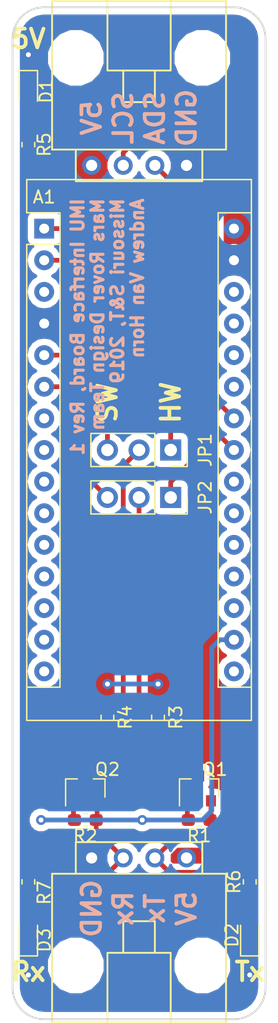
<source format=kicad_pcb>
(kicad_pcb (version 20171130) (host pcbnew "(5.0.2)-1")

  (general
    (thickness 1.6)
    (drawings 22)
    (tracks 93)
    (zones 0)
    (modules 17)
    (nets 37)
  )

  (page A4)
  (layers
    (0 F.Cu signal)
    (31 B.Cu signal)
    (32 B.Adhes user)
    (33 F.Adhes user)
    (34 B.Paste user)
    (35 F.Paste user)
    (36 B.SilkS user)
    (37 F.SilkS user)
    (38 B.Mask user)
    (39 F.Mask user)
    (40 Dwgs.User user)
    (41 Cmts.User user)
    (42 Eco1.User user)
    (43 Eco2.User user)
    (44 Edge.Cuts user)
    (45 Margin user)
    (46 B.CrtYd user)
    (47 F.CrtYd user)
    (48 B.Fab user)
    (49 F.Fab user)
  )

  (setup
    (last_trace_width 0.381)
    (user_trace_width 0.381)
    (user_trace_width 0.762)
    (trace_clearance 0.2)
    (zone_clearance 0.508)
    (zone_45_only no)
    (trace_min 0.2)
    (segment_width 0.2)
    (edge_width 0.15)
    (via_size 0.8)
    (via_drill 0.4)
    (via_min_size 0.4)
    (via_min_drill 0.3)
    (uvia_size 0.3)
    (uvia_drill 0.1)
    (uvias_allowed no)
    (uvia_min_size 0.2)
    (uvia_min_drill 0.1)
    (pcb_text_width 0.3)
    (pcb_text_size 1.5 1.5)
    (mod_edge_width 0.15)
    (mod_text_size 1 1)
    (mod_text_width 0.15)
    (pad_size 1.524 1.524)
    (pad_drill 0.762)
    (pad_to_mask_clearance 0.051)
    (solder_mask_min_width 0.25)
    (aux_axis_origin 0 0)
    (visible_elements 7FFFFFFF)
    (pcbplotparams
      (layerselection 0x010fc_ffffffff)
      (usegerberextensions false)
      (usegerberattributes false)
      (usegerberadvancedattributes false)
      (creategerberjobfile false)
      (excludeedgelayer true)
      (linewidth 0.100000)
      (plotframeref false)
      (viasonmask false)
      (mode 1)
      (useauxorigin false)
      (hpglpennumber 1)
      (hpglpenspeed 20)
      (hpglpendiameter 15.000000)
      (psnegative false)
      (psa4output false)
      (plotreference true)
      (plotvalue true)
      (plotinvisibletext false)
      (padsonsilk false)
      (subtractmaskfromsilk false)
      (outputformat 1)
      (mirror false)
      (drillshape 0)
      (scaleselection 1)
      (outputdirectory "Gerbs/"))
  )

  (net 0 "")
  (net 1 HW_Tx)
  (net 2 +3V3)
  (net 3 HW_Rx)
  (net 4 "Net-(A1-Pad18)")
  (net 5 "Net-(A1-Pad3)")
  (net 6 "Net-(A1-Pad19)")
  (net 7 GND)
  (net 8 "Net-(A1-Pad20)")
  (net 9 SW_Rx)
  (net 10 "Net-(A1-Pad21)")
  (net 11 SW_Tx)
  (net 12 "Net-(A1-Pad22)")
  (net 13 "Net-(A1-Pad7)")
  (net 14 SDA)
  (net 15 "Net-(A1-Pad8)")
  (net 16 SCL)
  (net 17 "Net-(A1-Pad9)")
  (net 18 "Net-(A1-Pad25)")
  (net 19 "Net-(A1-Pad10)")
  (net 20 "Net-(A1-Pad26)")
  (net 21 "Net-(A1-Pad11)")
  (net 22 "Net-(A1-Pad27)")
  (net 23 "Net-(A1-Pad12)")
  (net 24 "Net-(A1-Pad28)")
  (net 25 "Net-(A1-Pad13)")
  (net 26 "Net-(A1-Pad14)")
  (net 27 +5V)
  (net 28 "Net-(A1-Pad15)")
  (net 29 "Net-(A1-Pad16)")
  (net 30 Tx)
  (net 31 Rx)
  (net 32 "Net-(D1-Pad2)")
  (net 33 "Net-(D2-Pad2)")
  (net 34 "Net-(D3-Pad2)")
  (net 35 NanoRx)
  (net 36 NanoTx)

  (net_class Default "This is the default net class."
    (clearance 0.2)
    (trace_width 0.25)
    (via_dia 0.8)
    (via_drill 0.4)
    (uvia_dia 0.3)
    (uvia_drill 0.1)
    (add_net +3V3)
    (add_net +5V)
    (add_net GND)
    (add_net HW_Rx)
    (add_net HW_Tx)
    (add_net NanoRx)
    (add_net NanoTx)
    (add_net "Net-(A1-Pad10)")
    (add_net "Net-(A1-Pad11)")
    (add_net "Net-(A1-Pad12)")
    (add_net "Net-(A1-Pad13)")
    (add_net "Net-(A1-Pad14)")
    (add_net "Net-(A1-Pad15)")
    (add_net "Net-(A1-Pad16)")
    (add_net "Net-(A1-Pad18)")
    (add_net "Net-(A1-Pad19)")
    (add_net "Net-(A1-Pad20)")
    (add_net "Net-(A1-Pad21)")
    (add_net "Net-(A1-Pad22)")
    (add_net "Net-(A1-Pad25)")
    (add_net "Net-(A1-Pad26)")
    (add_net "Net-(A1-Pad27)")
    (add_net "Net-(A1-Pad28)")
    (add_net "Net-(A1-Pad3)")
    (add_net "Net-(A1-Pad7)")
    (add_net "Net-(A1-Pad8)")
    (add_net "Net-(A1-Pad9)")
    (add_net "Net-(D1-Pad2)")
    (add_net "Net-(D2-Pad2)")
    (add_net "Net-(D3-Pad2)")
    (add_net Rx)
    (add_net SCL)
    (add_net SDA)
    (add_net SW_Rx)
    (add_net SW_Tx)
    (add_net Tx)
  )

  (module Resistor_SMD:R_0603_1608Metric_Pad1.05x0.95mm_HandSolder (layer F.Cu) (tedit 5B301BBD) (tstamp 5CCFA6EA)
    (at 91.44 115.457 270)
    (descr "Resistor SMD 0603 (1608 Metric), square (rectangular) end terminal, IPC_7351 nominal with elongated pad for handsoldering. (Body size source: http://www.tortai-tech.com/upload/download/2011102023233369053.pdf), generated with kicad-footprint-generator")
    (tags "resistor handsolder")
    (path /5CB759B2)
    (attr smd)
    (fp_text reference R4 (at 0 -1.43 270) (layer F.SilkS)
      (effects (font (size 1 1) (thickness 0.15)))
    )
    (fp_text value 10K (at 0 1.43 270) (layer F.Fab)
      (effects (font (size 1 1) (thickness 0.15)))
    )
    (fp_text user %R (at 0 0 270) (layer F.Fab)
      (effects (font (size 0.4 0.4) (thickness 0.06)))
    )
    (fp_line (start 1.65 0.73) (end -1.65 0.73) (layer F.CrtYd) (width 0.05))
    (fp_line (start 1.65 -0.73) (end 1.65 0.73) (layer F.CrtYd) (width 0.05))
    (fp_line (start -1.65 -0.73) (end 1.65 -0.73) (layer F.CrtYd) (width 0.05))
    (fp_line (start -1.65 0.73) (end -1.65 -0.73) (layer F.CrtYd) (width 0.05))
    (fp_line (start -0.171267 0.51) (end 0.171267 0.51) (layer F.SilkS) (width 0.12))
    (fp_line (start -0.171267 -0.51) (end 0.171267 -0.51) (layer F.SilkS) (width 0.12))
    (fp_line (start 0.8 0.4) (end -0.8 0.4) (layer F.Fab) (width 0.1))
    (fp_line (start 0.8 -0.4) (end 0.8 0.4) (layer F.Fab) (width 0.1))
    (fp_line (start -0.8 -0.4) (end 0.8 -0.4) (layer F.Fab) (width 0.1))
    (fp_line (start -0.8 0.4) (end -0.8 -0.4) (layer F.Fab) (width 0.1))
    (pad 2 smd roundrect (at 0.875 0 270) (size 1.05 0.95) (layers F.Cu F.Paste F.Mask) (roundrect_rratio 0.25)
      (net 35 NanoRx))
    (pad 1 smd roundrect (at -0.875 0 270) (size 1.05 0.95) (layers F.Cu F.Paste F.Mask) (roundrect_rratio 0.25)
      (net 27 +5V))
    (model ${KISYS3DMOD}/Resistor_SMD.3dshapes/R_0603_1608Metric.wrl
      (at (xyz 0 0 0))
      (scale (xyz 1 1 1))
      (rotate (xyz 0 0 0))
    )
  )

  (module Package_TO_SOT_SMD:SOT-23 (layer F.Cu) (tedit 5A02FF57) (tstamp 5CCF9503)
    (at 89.662 121.158 90)
    (descr "SOT-23, Standard")
    (tags SOT-23)
    (path /5CB759AC)
    (attr smd)
    (fp_text reference Q2 (at 1.524 1.778 -180) (layer F.SilkS)
      (effects (font (size 1 1) (thickness 0.15)))
    )
    (fp_text value BSS138 (at 0 2.5 90) (layer F.Fab)
      (effects (font (size 1 1) (thickness 0.15)))
    )
    (fp_line (start 0.76 1.58) (end -0.7 1.58) (layer F.SilkS) (width 0.12))
    (fp_line (start 0.76 -1.58) (end -1.4 -1.58) (layer F.SilkS) (width 0.12))
    (fp_line (start -1.7 1.75) (end -1.7 -1.75) (layer F.CrtYd) (width 0.05))
    (fp_line (start 1.7 1.75) (end -1.7 1.75) (layer F.CrtYd) (width 0.05))
    (fp_line (start 1.7 -1.75) (end 1.7 1.75) (layer F.CrtYd) (width 0.05))
    (fp_line (start -1.7 -1.75) (end 1.7 -1.75) (layer F.CrtYd) (width 0.05))
    (fp_line (start 0.76 -1.58) (end 0.76 -0.65) (layer F.SilkS) (width 0.12))
    (fp_line (start 0.76 1.58) (end 0.76 0.65) (layer F.SilkS) (width 0.12))
    (fp_line (start -0.7 1.52) (end 0.7 1.52) (layer F.Fab) (width 0.1))
    (fp_line (start 0.7 -1.52) (end 0.7 1.52) (layer F.Fab) (width 0.1))
    (fp_line (start -0.7 -0.95) (end -0.15 -1.52) (layer F.Fab) (width 0.1))
    (fp_line (start -0.15 -1.52) (end 0.7 -1.52) (layer F.Fab) (width 0.1))
    (fp_line (start -0.7 -0.95) (end -0.7 1.5) (layer F.Fab) (width 0.1))
    (fp_text user %R (at 0 0 -180) (layer F.Fab)
      (effects (font (size 0.5 0.5) (thickness 0.075)))
    )
    (pad 3 smd rect (at 1 0 90) (size 0.9 0.8) (layers F.Cu F.Paste F.Mask)
      (net 35 NanoRx))
    (pad 2 smd rect (at -1 0.95 90) (size 0.9 0.8) (layers F.Cu F.Paste F.Mask)
      (net 31 Rx))
    (pad 1 smd rect (at -1 -0.95 90) (size 0.9 0.8) (layers F.Cu F.Paste F.Mask)
      (net 2 +3V3))
    (model ${KISYS3DMOD}/Package_TO_SOT_SMD.3dshapes/SOT-23.wrl
      (at (xyz 0 0 0))
      (scale (xyz 1 1 1))
      (rotate (xyz 0 0 0))
    )
  )

  (module Connector_PinSocket_2.54mm:PinSocket_1x03_P2.54mm_Vertical (layer F.Cu) (tedit 5A19A429) (tstamp 5CCF9C68)
    (at 96.52 93.98 270)
    (descr "Through hole straight socket strip, 1x03, 2.54mm pitch, single row (from Kicad 4.0.7), script generated")
    (tags "Through hole socket strip THT 1x03 2.54mm single row")
    (path /5CB703F8)
    (fp_text reference JP1 (at 0 -2.77 270) (layer F.SilkS)
      (effects (font (size 1 1) (thickness 0.15)))
    )
    (fp_text value Jumper_NC_Dual (at 0 7.85 270) (layer F.Fab)
      (effects (font (size 1 1) (thickness 0.15)))
    )
    (fp_text user %R (at 0 2.54) (layer F.Fab)
      (effects (font (size 1 1) (thickness 0.15)))
    )
    (fp_line (start -1.8 6.85) (end -1.8 -1.8) (layer F.CrtYd) (width 0.05))
    (fp_line (start 1.75 6.85) (end -1.8 6.85) (layer F.CrtYd) (width 0.05))
    (fp_line (start 1.75 -1.8) (end 1.75 6.85) (layer F.CrtYd) (width 0.05))
    (fp_line (start -1.8 -1.8) (end 1.75 -1.8) (layer F.CrtYd) (width 0.05))
    (fp_line (start 0 -1.33) (end 1.33 -1.33) (layer F.SilkS) (width 0.12))
    (fp_line (start 1.33 -1.33) (end 1.33 0) (layer F.SilkS) (width 0.12))
    (fp_line (start 1.33 1.27) (end 1.33 6.41) (layer F.SilkS) (width 0.12))
    (fp_line (start -1.33 6.41) (end 1.33 6.41) (layer F.SilkS) (width 0.12))
    (fp_line (start -1.33 1.27) (end -1.33 6.41) (layer F.SilkS) (width 0.12))
    (fp_line (start -1.33 1.27) (end 1.33 1.27) (layer F.SilkS) (width 0.12))
    (fp_line (start -1.27 6.35) (end -1.27 -1.27) (layer F.Fab) (width 0.1))
    (fp_line (start 1.27 6.35) (end -1.27 6.35) (layer F.Fab) (width 0.1))
    (fp_line (start 1.27 -0.635) (end 1.27 6.35) (layer F.Fab) (width 0.1))
    (fp_line (start 0.635 -1.27) (end 1.27 -0.635) (layer F.Fab) (width 0.1))
    (fp_line (start -1.27 -1.27) (end 0.635 -1.27) (layer F.Fab) (width 0.1))
    (pad 3 thru_hole oval (at 0 5.08 270) (size 1.7 1.7) (drill 1) (layers *.Cu *.Mask)
      (net 9 SW_Rx))
    (pad 2 thru_hole oval (at 0 2.54 270) (size 1.7 1.7) (drill 1) (layers *.Cu *.Mask)
      (net 35 NanoRx))
    (pad 1 thru_hole rect (at 0 0 270) (size 1.7 1.7) (drill 1) (layers *.Cu *.Mask)
      (net 3 HW_Rx))
    (model ${KISYS3DMOD}/Connector_PinSocket_2.54mm.3dshapes/PinSocket_1x03_P2.54mm_Vertical.wrl
      (at (xyz 0 0 0))
      (scale (xyz 1 1 1))
      (rotate (xyz 0 0 0))
    )
  )

  (module Connector_PinSocket_2.54mm:PinSocket_1x03_P2.54mm_Vertical (layer F.Cu) (tedit 5A19A429) (tstamp 5CCF94D9)
    (at 96.52 97.79 270)
    (descr "Through hole straight socket strip, 1x03, 2.54mm pitch, single row (from Kicad 4.0.7), script generated")
    (tags "Through hole socket strip THT 1x03 2.54mm single row")
    (path /5CB6C45E)
    (fp_text reference JP2 (at 0 -2.77 270) (layer F.SilkS)
      (effects (font (size 1 1) (thickness 0.15)))
    )
    (fp_text value Jumper_NC_Dual (at 0 7.85 270) (layer F.Fab)
      (effects (font (size 1 1) (thickness 0.15)))
    )
    (fp_text user %R (at 0 2.54) (layer F.Fab)
      (effects (font (size 1 1) (thickness 0.15)))
    )
    (fp_line (start -1.8 6.85) (end -1.8 -1.8) (layer F.CrtYd) (width 0.05))
    (fp_line (start 1.75 6.85) (end -1.8 6.85) (layer F.CrtYd) (width 0.05))
    (fp_line (start 1.75 -1.8) (end 1.75 6.85) (layer F.CrtYd) (width 0.05))
    (fp_line (start -1.8 -1.8) (end 1.75 -1.8) (layer F.CrtYd) (width 0.05))
    (fp_line (start 0 -1.33) (end 1.33 -1.33) (layer F.SilkS) (width 0.12))
    (fp_line (start 1.33 -1.33) (end 1.33 0) (layer F.SilkS) (width 0.12))
    (fp_line (start 1.33 1.27) (end 1.33 6.41) (layer F.SilkS) (width 0.12))
    (fp_line (start -1.33 6.41) (end 1.33 6.41) (layer F.SilkS) (width 0.12))
    (fp_line (start -1.33 1.27) (end -1.33 6.41) (layer F.SilkS) (width 0.12))
    (fp_line (start -1.33 1.27) (end 1.33 1.27) (layer F.SilkS) (width 0.12))
    (fp_line (start -1.27 6.35) (end -1.27 -1.27) (layer F.Fab) (width 0.1))
    (fp_line (start 1.27 6.35) (end -1.27 6.35) (layer F.Fab) (width 0.1))
    (fp_line (start 1.27 -0.635) (end 1.27 6.35) (layer F.Fab) (width 0.1))
    (fp_line (start 0.635 -1.27) (end 1.27 -0.635) (layer F.Fab) (width 0.1))
    (fp_line (start -1.27 -1.27) (end 0.635 -1.27) (layer F.Fab) (width 0.1))
    (pad 3 thru_hole oval (at 0 5.08 270) (size 1.7 1.7) (drill 1) (layers *.Cu *.Mask)
      (net 11 SW_Tx))
    (pad 2 thru_hole oval (at 0 2.54 270) (size 1.7 1.7) (drill 1) (layers *.Cu *.Mask)
      (net 36 NanoTx))
    (pad 1 thru_hole rect (at 0 0 270) (size 1.7 1.7) (drill 1) (layers *.Cu *.Mask)
      (net 1 HW_Tx))
    (model ${KISYS3DMOD}/Connector_PinSocket_2.54mm.3dshapes/PinSocket_1x03_P2.54mm_Vertical.wrl
      (at (xyz 0 0 0))
      (scale (xyz 1 1 1))
      (rotate (xyz 0 0 0))
    )
  )

  (module Module:Arduino_Nano (layer F.Cu) (tedit 58ACAF70) (tstamp 5CCF93F2)
    (at 86.36 76.2)
    (descr "Arduino Nano, http://www.mouser.com/pdfdocs/Gravitech_Arduino_Nano3_0.pdf")
    (tags "Arduino Nano")
    (path /5CB6BDF7)
    (fp_text reference A1 (at 0 -2.54) (layer F.SilkS)
      (effects (font (size 1 1) (thickness 0.15)))
    )
    (fp_text value Arduino_Nano_v3.x (at 8.89 19.05 90) (layer F.Fab)
      (effects (font (size 1 1) (thickness 0.15)))
    )
    (fp_text user %R (at 6.35 19.05 90) (layer F.Fab)
      (effects (font (size 1 1) (thickness 0.15)))
    )
    (fp_line (start 1.27 1.27) (end 1.27 -1.27) (layer F.SilkS) (width 0.12))
    (fp_line (start 1.27 -1.27) (end -1.4 -1.27) (layer F.SilkS) (width 0.12))
    (fp_line (start -1.4 1.27) (end -1.4 39.5) (layer F.SilkS) (width 0.12))
    (fp_line (start -1.4 -3.94) (end -1.4 -1.27) (layer F.SilkS) (width 0.12))
    (fp_line (start 13.97 -1.27) (end 16.64 -1.27) (layer F.SilkS) (width 0.12))
    (fp_line (start 13.97 -1.27) (end 13.97 36.83) (layer F.SilkS) (width 0.12))
    (fp_line (start 13.97 36.83) (end 16.64 36.83) (layer F.SilkS) (width 0.12))
    (fp_line (start 1.27 1.27) (end -1.4 1.27) (layer F.SilkS) (width 0.12))
    (fp_line (start 1.27 1.27) (end 1.27 36.83) (layer F.SilkS) (width 0.12))
    (fp_line (start 1.27 36.83) (end -1.4 36.83) (layer F.SilkS) (width 0.12))
    (fp_line (start 3.81 31.75) (end 11.43 31.75) (layer F.Fab) (width 0.1))
    (fp_line (start 11.43 31.75) (end 11.43 41.91) (layer F.Fab) (width 0.1))
    (fp_line (start 11.43 41.91) (end 3.81 41.91) (layer F.Fab) (width 0.1))
    (fp_line (start 3.81 41.91) (end 3.81 31.75) (layer F.Fab) (width 0.1))
    (fp_line (start -1.4 39.5) (end 16.64 39.5) (layer F.SilkS) (width 0.12))
    (fp_line (start 16.64 39.5) (end 16.64 -3.94) (layer F.SilkS) (width 0.12))
    (fp_line (start 16.64 -3.94) (end -1.4 -3.94) (layer F.SilkS) (width 0.12))
    (fp_line (start 16.51 39.37) (end -1.27 39.37) (layer F.Fab) (width 0.1))
    (fp_line (start -1.27 39.37) (end -1.27 -2.54) (layer F.Fab) (width 0.1))
    (fp_line (start -1.27 -2.54) (end 0 -3.81) (layer F.Fab) (width 0.1))
    (fp_line (start 0 -3.81) (end 16.51 -3.81) (layer F.Fab) (width 0.1))
    (fp_line (start 16.51 -3.81) (end 16.51 39.37) (layer F.Fab) (width 0.1))
    (fp_line (start -1.53 -4.06) (end 16.75 -4.06) (layer F.CrtYd) (width 0.05))
    (fp_line (start -1.53 -4.06) (end -1.53 42.16) (layer F.CrtYd) (width 0.05))
    (fp_line (start 16.75 42.16) (end 16.75 -4.06) (layer F.CrtYd) (width 0.05))
    (fp_line (start 16.75 42.16) (end -1.53 42.16) (layer F.CrtYd) (width 0.05))
    (pad 1 thru_hole rect (at 0 0) (size 1.6 1.6) (drill 0.8) (layers *.Cu *.Mask)
      (net 1 HW_Tx))
    (pad 17 thru_hole oval (at 15.24 33.02) (size 1.6 1.6) (drill 0.8) (layers *.Cu *.Mask)
      (net 2 +3V3))
    (pad 2 thru_hole oval (at 0 2.54) (size 1.6 1.6) (drill 0.8) (layers *.Cu *.Mask)
      (net 3 HW_Rx))
    (pad 18 thru_hole oval (at 15.24 30.48) (size 1.6 1.6) (drill 0.8) (layers *.Cu *.Mask)
      (net 4 "Net-(A1-Pad18)"))
    (pad 3 thru_hole oval (at 0 5.08) (size 1.6 1.6) (drill 0.8) (layers *.Cu *.Mask)
      (net 5 "Net-(A1-Pad3)"))
    (pad 19 thru_hole oval (at 15.24 27.94) (size 1.6 1.6) (drill 0.8) (layers *.Cu *.Mask)
      (net 6 "Net-(A1-Pad19)"))
    (pad 4 thru_hole oval (at 0 7.62) (size 1.6 1.6) (drill 0.8) (layers *.Cu *.Mask)
      (net 7 GND))
    (pad 20 thru_hole oval (at 15.24 25.4) (size 1.6 1.6) (drill 0.8) (layers *.Cu *.Mask)
      (net 8 "Net-(A1-Pad20)"))
    (pad 5 thru_hole oval (at 0 10.16) (size 1.6 1.6) (drill 0.8) (layers *.Cu *.Mask)
      (net 9 SW_Rx))
    (pad 21 thru_hole oval (at 15.24 22.86) (size 1.6 1.6) (drill 0.8) (layers *.Cu *.Mask)
      (net 10 "Net-(A1-Pad21)"))
    (pad 6 thru_hole oval (at 0 12.7) (size 1.6 1.6) (drill 0.8) (layers *.Cu *.Mask)
      (net 11 SW_Tx))
    (pad 22 thru_hole oval (at 15.24 20.32) (size 1.6 1.6) (drill 0.8) (layers *.Cu *.Mask)
      (net 12 "Net-(A1-Pad22)"))
    (pad 7 thru_hole oval (at 0 15.24) (size 1.6 1.6) (drill 0.8) (layers *.Cu *.Mask)
      (net 13 "Net-(A1-Pad7)"))
    (pad 23 thru_hole oval (at 15.24 17.78) (size 1.6 1.6) (drill 0.8) (layers *.Cu *.Mask)
      (net 14 SDA))
    (pad 8 thru_hole oval (at 0 17.78) (size 1.6 1.6) (drill 0.8) (layers *.Cu *.Mask)
      (net 15 "Net-(A1-Pad8)"))
    (pad 24 thru_hole oval (at 15.24 15.24) (size 1.6 1.6) (drill 0.8) (layers *.Cu *.Mask)
      (net 16 SCL))
    (pad 9 thru_hole oval (at 0 20.32) (size 1.6 1.6) (drill 0.8) (layers *.Cu *.Mask)
      (net 17 "Net-(A1-Pad9)"))
    (pad 25 thru_hole oval (at 15.24 12.7) (size 1.6 1.6) (drill 0.8) (layers *.Cu *.Mask)
      (net 18 "Net-(A1-Pad25)"))
    (pad 10 thru_hole oval (at 0 22.86) (size 1.6 1.6) (drill 0.8) (layers *.Cu *.Mask)
      (net 19 "Net-(A1-Pad10)"))
    (pad 26 thru_hole oval (at 15.24 10.16) (size 1.6 1.6) (drill 0.8) (layers *.Cu *.Mask)
      (net 20 "Net-(A1-Pad26)"))
    (pad 11 thru_hole oval (at 0 25.4) (size 1.6 1.6) (drill 0.8) (layers *.Cu *.Mask)
      (net 21 "Net-(A1-Pad11)"))
    (pad 27 thru_hole oval (at 15.24 7.62) (size 1.6 1.6) (drill 0.8) (layers *.Cu *.Mask)
      (net 22 "Net-(A1-Pad27)"))
    (pad 12 thru_hole oval (at 0 27.94) (size 1.6 1.6) (drill 0.8) (layers *.Cu *.Mask)
      (net 23 "Net-(A1-Pad12)"))
    (pad 28 thru_hole oval (at 15.24 5.08) (size 1.6 1.6) (drill 0.8) (layers *.Cu *.Mask)
      (net 24 "Net-(A1-Pad28)"))
    (pad 13 thru_hole oval (at 0 30.48) (size 1.6 1.6) (drill 0.8) (layers *.Cu *.Mask)
      (net 25 "Net-(A1-Pad13)"))
    (pad 29 thru_hole oval (at 15.24 2.54) (size 1.6 1.6) (drill 0.8) (layers *.Cu *.Mask)
      (net 7 GND))
    (pad 14 thru_hole oval (at 0 33.02) (size 1.6 1.6) (drill 0.8) (layers *.Cu *.Mask)
      (net 26 "Net-(A1-Pad14)"))
    (pad 30 thru_hole oval (at 15.24 0) (size 1.6 1.6) (drill 0.8) (layers *.Cu *.Mask)
      (net 27 +5V))
    (pad 15 thru_hole oval (at 0 35.56) (size 1.6 1.6) (drill 0.8) (layers *.Cu *.Mask)
      (net 28 "Net-(A1-Pad15)"))
    (pad 16 thru_hole oval (at 15.24 35.56) (size 1.6 1.6) (drill 0.8) (layers *.Cu *.Mask)
      (net 29 "Net-(A1-Pad16)"))
    (model ${KISYS3DMOD}/Module.3dshapes/Arduino_Nano_WithMountingHoles.wrl
      (at (xyz 0 0 0))
      (scale (xyz 1 1 1))
      (rotate (xyz 0 0 0))
    )
  )

  (module MRDT_Connectors:MOLEX_SL_04_Horizontal (layer F.Cu) (tedit 5C675A73) (tstamp 5CCF940C)
    (at 93.98 71.12)
    (path /5CB6DCE9)
    (fp_text reference Conn1 (at -2.54 2.54) (layer F.SilkS) hide
      (effects (font (size 1 1) (thickness 0.15)))
    )
    (fp_text value Molex_SL_04 (at -0.635 2.032) (layer F.Fab)
      (effects (font (size 1 1) (thickness 0.15)))
    )
    (fp_line (start -5.08 1.27) (end -5.08 -1.27) (layer F.SilkS) (width 0.15))
    (fp_line (start 5.08 -1.27) (end 5.08 1.27) (layer F.SilkS) (width 0.15))
    (fp_line (start -5.08 -1.27) (end 6.985 -1.27) (layer F.SilkS) (width 0.15))
    (fp_line (start -1.27 -7.62) (end -1.27 -5.08) (layer F.SilkS) (width 0.15))
    (fp_line (start -2.54 -8.89) (end -2.54 -12.7) (layer F.SilkS) (width 0.15))
    (fp_line (start -2.54 -8.89) (end -2.54 -7.62) (layer F.SilkS) (width 0.15))
    (fp_line (start -5.08 -1.27) (end -6.985 -1.27) (layer F.SilkS) (width 0.15))
    (fp_line (start -6.985 -1.27) (end -6.985 -13.208) (layer F.SilkS) (width 0.15))
    (fp_line (start -2.54 -13.208) (end -2.54 -12.7) (layer F.SilkS) (width 0.15))
    (fp_line (start 5.08 1.27) (end -5.08 1.27) (layer F.SilkS) (width 0.15))
    (fp_line (start 6.985 -1.27) (end 6.985 -13.208) (layer F.SilkS) (width 0.15))
    (fp_line (start 2.54 -13.208) (end 2.54 -7.62) (layer F.SilkS) (width 0.15))
    (fp_line (start 1.27 -5.08) (end -1.27 -5.08) (layer F.SilkS) (width 0.15))
    (fp_line (start 1.27 -7.62) (end 1.27 -5.08) (layer F.SilkS) (width 0.15))
    (fp_line (start -2.54 -7.62) (end 2.54 -7.62) (layer F.SilkS) (width 0.15))
    (fp_line (start -6.985 -13.208) (end 6.985 -13.208) (layer F.SilkS) (width 0.15))
    (pad "" np_thru_hole circle (at 5.08 -8.636) (size 3.45 3.45) (drill 3.45) (layers *.Cu *.Mask))
    (pad "" np_thru_hole circle (at -5.08 -8.636) (size 3.45 3.45) (drill 3.45) (layers *.Cu *.Mask))
    (pad 4 thru_hole circle (at 3.81 0) (size 1.524 1.524) (drill 0.9) (layers *.Cu *.Mask)
      (net 7 GND))
    (pad 3 thru_hole circle (at 1.27 0) (size 1.524 1.524) (drill 0.9) (layers *.Cu *.Mask)
      (net 14 SDA))
    (pad 2 thru_hole circle (at -1.27 0) (size 1.524 1.524) (drill 0.9) (layers *.Cu *.Mask)
      (net 16 SCL))
    (pad 1 thru_hole circle (at -3.81 0) (size 1.524 1.524) (drill 0.9) (layers *.Cu *.Mask)
      (net 27 +5V))
    (model "${MRDT_KICAD_LIBRARIES}/3D Files/MRDT_Connctors/Molex_SL_04_Horizontal.stp"
      (offset (xyz 6.349999904632568 12.95399980545044 0))
      (scale (xyz 1 1 1))
      (rotate (xyz 0 0 180))
    )
  )

  (module MRDT_Connectors:MOLEX_SL_04_Horizontal (layer F.Cu) (tedit 5C675A73) (tstamp 5CCF9426)
    (at 93.98 126.746 180)
    (path /5CB7681D)
    (fp_text reference Conn2 (at -2.54 2.54 180) (layer F.SilkS) hide
      (effects (font (size 1 1) (thickness 0.15)))
    )
    (fp_text value Molex_SL_04 (at -0.635 2.032 180) (layer F.Fab)
      (effects (font (size 1 1) (thickness 0.15)))
    )
    (fp_line (start -6.985 -13.208) (end 6.985 -13.208) (layer F.SilkS) (width 0.15))
    (fp_line (start -2.54 -7.62) (end 2.54 -7.62) (layer F.SilkS) (width 0.15))
    (fp_line (start 1.27 -7.62) (end 1.27 -5.08) (layer F.SilkS) (width 0.15))
    (fp_line (start 1.27 -5.08) (end -1.27 -5.08) (layer F.SilkS) (width 0.15))
    (fp_line (start 2.54 -13.208) (end 2.54 -7.62) (layer F.SilkS) (width 0.15))
    (fp_line (start 6.985 -1.27) (end 6.985 -13.208) (layer F.SilkS) (width 0.15))
    (fp_line (start 5.08 1.27) (end -5.08 1.27) (layer F.SilkS) (width 0.15))
    (fp_line (start -2.54 -13.208) (end -2.54 -12.7) (layer F.SilkS) (width 0.15))
    (fp_line (start -6.985 -1.27) (end -6.985 -13.208) (layer F.SilkS) (width 0.15))
    (fp_line (start -5.08 -1.27) (end -6.985 -1.27) (layer F.SilkS) (width 0.15))
    (fp_line (start -2.54 -8.89) (end -2.54 -7.62) (layer F.SilkS) (width 0.15))
    (fp_line (start -2.54 -8.89) (end -2.54 -12.7) (layer F.SilkS) (width 0.15))
    (fp_line (start -1.27 -7.62) (end -1.27 -5.08) (layer F.SilkS) (width 0.15))
    (fp_line (start -5.08 -1.27) (end 6.985 -1.27) (layer F.SilkS) (width 0.15))
    (fp_line (start 5.08 -1.27) (end 5.08 1.27) (layer F.SilkS) (width 0.15))
    (fp_line (start -5.08 1.27) (end -5.08 -1.27) (layer F.SilkS) (width 0.15))
    (pad 1 thru_hole circle (at -3.81 0 180) (size 1.524 1.524) (drill 0.9) (layers *.Cu *.Mask)
      (net 27 +5V))
    (pad 2 thru_hole circle (at -1.27 0 180) (size 1.524 1.524) (drill 0.9) (layers *.Cu *.Mask)
      (net 30 Tx))
    (pad 3 thru_hole circle (at 1.27 0 180) (size 1.524 1.524) (drill 0.9) (layers *.Cu *.Mask)
      (net 31 Rx))
    (pad 4 thru_hole circle (at 3.81 0 180) (size 1.524 1.524) (drill 0.9) (layers *.Cu *.Mask)
      (net 7 GND))
    (pad "" np_thru_hole circle (at -5.08 -8.636 180) (size 3.45 3.45) (drill 3.45) (layers *.Cu *.Mask))
    (pad "" np_thru_hole circle (at 5.08 -8.636 180) (size 3.45 3.45) (drill 3.45) (layers *.Cu *.Mask))
    (model "${MRDT_KICAD_LIBRARIES}/3D Files/MRDT_Connctors/Molex_SL_04_Horizontal.stp"
      (offset (xyz 6.349999904632568 12.95399980545044 0))
      (scale (xyz 1 1 1))
      (rotate (xyz 0 0 180))
    )
  )

  (module LED_SMD:LED_0603_1608Metric_Pad1.05x0.95mm_HandSolder (layer F.Cu) (tedit 5B4B45C9) (tstamp 5CCF9439)
    (at 85.09 65.165 270)
    (descr "LED SMD 0603 (1608 Metric), square (rectangular) end terminal, IPC_7351 nominal, (Body size source: http://www.tortai-tech.com/upload/download/2011102023233369053.pdf), generated with kicad-footprint-generator")
    (tags "LED handsolder")
    (path /5CB6E926)
    (attr smd)
    (fp_text reference D1 (at 0 -1.43 270) (layer F.SilkS)
      (effects (font (size 1 1) (thickness 0.15)))
    )
    (fp_text value LED (at 0 1.43 270) (layer F.Fab)
      (effects (font (size 1 1) (thickness 0.15)))
    )
    (fp_line (start 0.8 -0.4) (end -0.5 -0.4) (layer F.Fab) (width 0.1))
    (fp_line (start -0.5 -0.4) (end -0.8 -0.1) (layer F.Fab) (width 0.1))
    (fp_line (start -0.8 -0.1) (end -0.8 0.4) (layer F.Fab) (width 0.1))
    (fp_line (start -0.8 0.4) (end 0.8 0.4) (layer F.Fab) (width 0.1))
    (fp_line (start 0.8 0.4) (end 0.8 -0.4) (layer F.Fab) (width 0.1))
    (fp_line (start 0.8 -0.735) (end -1.66 -0.735) (layer F.SilkS) (width 0.12))
    (fp_line (start -1.66 -0.735) (end -1.66 0.735) (layer F.SilkS) (width 0.12))
    (fp_line (start -1.66 0.735) (end 0.8 0.735) (layer F.SilkS) (width 0.12))
    (fp_line (start -1.65 0.73) (end -1.65 -0.73) (layer F.CrtYd) (width 0.05))
    (fp_line (start -1.65 -0.73) (end 1.65 -0.73) (layer F.CrtYd) (width 0.05))
    (fp_line (start 1.65 -0.73) (end 1.65 0.73) (layer F.CrtYd) (width 0.05))
    (fp_line (start 1.65 0.73) (end -1.65 0.73) (layer F.CrtYd) (width 0.05))
    (fp_text user %R (at 0 0 270) (layer F.Fab)
      (effects (font (size 0.4 0.4) (thickness 0.06)))
    )
    (pad 1 smd roundrect (at -0.875 0 270) (size 1.05 0.95) (layers F.Cu F.Paste F.Mask) (roundrect_rratio 0.25)
      (net 7 GND))
    (pad 2 smd roundrect (at 0.875 0 270) (size 1.05 0.95) (layers F.Cu F.Paste F.Mask) (roundrect_rratio 0.25)
      (net 32 "Net-(D1-Pad2)"))
    (model ${KISYS3DMOD}/LED_SMD.3dshapes/LED_0603_1608Metric.wrl
      (at (xyz 0 0 0))
      (scale (xyz 1 1 1))
      (rotate (xyz 0 0 0))
    )
  )

  (module LED_SMD:LED_0603_1608Metric_Pad1.05x0.95mm_HandSolder (layer F.Cu) (tedit 5B4B45C9) (tstamp 5CCF944C)
    (at 102.87 132.955 90)
    (descr "LED SMD 0603 (1608 Metric), square (rectangular) end terminal, IPC_7351 nominal, (Body size source: http://www.tortai-tech.com/upload/download/2011102023233369053.pdf), generated with kicad-footprint-generator")
    (tags "LED handsolder")
    (path /5CB6F584)
    (attr smd)
    (fp_text reference D2 (at 0 -1.43 90) (layer F.SilkS)
      (effects (font (size 1 1) (thickness 0.15)))
    )
    (fp_text value LED (at 0 1.43 90) (layer F.Fab)
      (effects (font (size 1 1) (thickness 0.15)))
    )
    (fp_text user %R (at 0 0 90) (layer F.Fab)
      (effects (font (size 0.4 0.4) (thickness 0.06)))
    )
    (fp_line (start 1.65 0.73) (end -1.65 0.73) (layer F.CrtYd) (width 0.05))
    (fp_line (start 1.65 -0.73) (end 1.65 0.73) (layer F.CrtYd) (width 0.05))
    (fp_line (start -1.65 -0.73) (end 1.65 -0.73) (layer F.CrtYd) (width 0.05))
    (fp_line (start -1.65 0.73) (end -1.65 -0.73) (layer F.CrtYd) (width 0.05))
    (fp_line (start -1.66 0.735) (end 0.8 0.735) (layer F.SilkS) (width 0.12))
    (fp_line (start -1.66 -0.735) (end -1.66 0.735) (layer F.SilkS) (width 0.12))
    (fp_line (start 0.8 -0.735) (end -1.66 -0.735) (layer F.SilkS) (width 0.12))
    (fp_line (start 0.8 0.4) (end 0.8 -0.4) (layer F.Fab) (width 0.1))
    (fp_line (start -0.8 0.4) (end 0.8 0.4) (layer F.Fab) (width 0.1))
    (fp_line (start -0.8 -0.1) (end -0.8 0.4) (layer F.Fab) (width 0.1))
    (fp_line (start -0.5 -0.4) (end -0.8 -0.1) (layer F.Fab) (width 0.1))
    (fp_line (start 0.8 -0.4) (end -0.5 -0.4) (layer F.Fab) (width 0.1))
    (pad 2 smd roundrect (at 0.875 0 90) (size 1.05 0.95) (layers F.Cu F.Paste F.Mask) (roundrect_rratio 0.25)
      (net 33 "Net-(D2-Pad2)"))
    (pad 1 smd roundrect (at -0.875 0 90) (size 1.05 0.95) (layers F.Cu F.Paste F.Mask) (roundrect_rratio 0.25)
      (net 7 GND))
    (model ${KISYS3DMOD}/LED_SMD.3dshapes/LED_0603_1608Metric.wrl
      (at (xyz 0 0 0))
      (scale (xyz 1 1 1))
      (rotate (xyz 0 0 0))
    )
  )

  (module LED_SMD:LED_0603_1608Metric_Pad1.05x0.95mm_HandSolder (layer F.Cu) (tedit 5B4B45C9) (tstamp 5CCF945F)
    (at 85.09 132.955 90)
    (descr "LED SMD 0603 (1608 Metric), square (rectangular) end terminal, IPC_7351 nominal, (Body size source: http://www.tortai-tech.com/upload/download/2011102023233369053.pdf), generated with kicad-footprint-generator")
    (tags "LED handsolder")
    (path /5CB750E1)
    (attr smd)
    (fp_text reference D3 (at -0.395 1.27 90) (layer F.SilkS)
      (effects (font (size 1 1) (thickness 0.15)))
    )
    (fp_text value LED (at 0 1.43 90) (layer F.Fab)
      (effects (font (size 1 1) (thickness 0.15)))
    )
    (fp_line (start 0.8 -0.4) (end -0.5 -0.4) (layer F.Fab) (width 0.1))
    (fp_line (start -0.5 -0.4) (end -0.8 -0.1) (layer F.Fab) (width 0.1))
    (fp_line (start -0.8 -0.1) (end -0.8 0.4) (layer F.Fab) (width 0.1))
    (fp_line (start -0.8 0.4) (end 0.8 0.4) (layer F.Fab) (width 0.1))
    (fp_line (start 0.8 0.4) (end 0.8 -0.4) (layer F.Fab) (width 0.1))
    (fp_line (start 0.8 -0.735) (end -1.66 -0.735) (layer F.SilkS) (width 0.12))
    (fp_line (start -1.66 -0.735) (end -1.66 0.735) (layer F.SilkS) (width 0.12))
    (fp_line (start -1.66 0.735) (end 0.8 0.735) (layer F.SilkS) (width 0.12))
    (fp_line (start -1.65 0.73) (end -1.65 -0.73) (layer F.CrtYd) (width 0.05))
    (fp_line (start -1.65 -0.73) (end 1.65 -0.73) (layer F.CrtYd) (width 0.05))
    (fp_line (start 1.65 -0.73) (end 1.65 0.73) (layer F.CrtYd) (width 0.05))
    (fp_line (start 1.65 0.73) (end -1.65 0.73) (layer F.CrtYd) (width 0.05))
    (fp_text user %R (at 0 0 90) (layer F.Fab)
      (effects (font (size 0.4 0.4) (thickness 0.06)))
    )
    (pad 1 smd roundrect (at -0.875 0 90) (size 1.05 0.95) (layers F.Cu F.Paste F.Mask) (roundrect_rratio 0.25)
      (net 7 GND))
    (pad 2 smd roundrect (at 0.875 0 90) (size 1.05 0.95) (layers F.Cu F.Paste F.Mask) (roundrect_rratio 0.25)
      (net 34 "Net-(D3-Pad2)"))
    (model ${KISYS3DMOD}/LED_SMD.3dshapes/LED_0603_1608Metric.wrl
      (at (xyz 0 0 0))
      (scale (xyz 1 1 1))
      (rotate (xyz 0 0 0))
    )
  )

  (module Package_TO_SOT_SMD:SOT-23 (layer F.Cu) (tedit 5A02FF57) (tstamp 5CCF94EE)
    (at 98.806 121.158 90)
    (descr "SOT-23, Standard")
    (tags SOT-23)
    (path /5CB6BE7B)
    (attr smd)
    (fp_text reference Q1 (at 1.524 1.27 -180) (layer F.SilkS)
      (effects (font (size 1 1) (thickness 0.15)))
    )
    (fp_text value BSS138 (at 0 2.5 90) (layer F.Fab)
      (effects (font (size 1 1) (thickness 0.15)))
    )
    (fp_text user %R (at 0 0 -180) (layer F.Fab)
      (effects (font (size 0.5 0.5) (thickness 0.075)))
    )
    (fp_line (start -0.7 -0.95) (end -0.7 1.5) (layer F.Fab) (width 0.1))
    (fp_line (start -0.15 -1.52) (end 0.7 -1.52) (layer F.Fab) (width 0.1))
    (fp_line (start -0.7 -0.95) (end -0.15 -1.52) (layer F.Fab) (width 0.1))
    (fp_line (start 0.7 -1.52) (end 0.7 1.52) (layer F.Fab) (width 0.1))
    (fp_line (start -0.7 1.52) (end 0.7 1.52) (layer F.Fab) (width 0.1))
    (fp_line (start 0.76 1.58) (end 0.76 0.65) (layer F.SilkS) (width 0.12))
    (fp_line (start 0.76 -1.58) (end 0.76 -0.65) (layer F.SilkS) (width 0.12))
    (fp_line (start -1.7 -1.75) (end 1.7 -1.75) (layer F.CrtYd) (width 0.05))
    (fp_line (start 1.7 -1.75) (end 1.7 1.75) (layer F.CrtYd) (width 0.05))
    (fp_line (start 1.7 1.75) (end -1.7 1.75) (layer F.CrtYd) (width 0.05))
    (fp_line (start -1.7 1.75) (end -1.7 -1.75) (layer F.CrtYd) (width 0.05))
    (fp_line (start 0.76 -1.58) (end -1.4 -1.58) (layer F.SilkS) (width 0.12))
    (fp_line (start 0.76 1.58) (end -0.7 1.58) (layer F.SilkS) (width 0.12))
    (pad 1 smd rect (at -1 -0.95 90) (size 0.9 0.8) (layers F.Cu F.Paste F.Mask)
      (net 2 +3V3))
    (pad 2 smd rect (at -1 0.95 90) (size 0.9 0.8) (layers F.Cu F.Paste F.Mask)
      (net 30 Tx))
    (pad 3 smd rect (at 1 0 90) (size 0.9 0.8) (layers F.Cu F.Paste F.Mask)
      (net 36 NanoTx))
    (model ${KISYS3DMOD}/Package_TO_SOT_SMD.3dshapes/SOT-23.wrl
      (at (xyz 0 0 0))
      (scale (xyz 1 1 1))
      (rotate (xyz 0 0 0))
    )
  )

  (module Resistor_SMD:R_0603_1608Metric_Pad1.05x0.95mm_HandSolder (layer F.Cu) (tedit 5B301BBD) (tstamp 5CCF9514)
    (at 98.806 123.698)
    (descr "Resistor SMD 0603 (1608 Metric), square (rectangular) end terminal, IPC_7351 nominal with elongated pad for handsoldering. (Body size source: http://www.tortai-tech.com/upload/download/2011102023233369053.pdf), generated with kicad-footprint-generator")
    (tags "resistor handsolder")
    (path /5CB6BF5C)
    (attr smd)
    (fp_text reference R1 (at 0 1.27) (layer F.SilkS)
      (effects (font (size 1 1) (thickness 0.15)))
    )
    (fp_text value 10K (at 0 1.43) (layer F.Fab)
      (effects (font (size 1 1) (thickness 0.15)))
    )
    (fp_text user %R (at 0 0) (layer F.Fab)
      (effects (font (size 0.4 0.4) (thickness 0.06)))
    )
    (fp_line (start 1.65 0.73) (end -1.65 0.73) (layer F.CrtYd) (width 0.05))
    (fp_line (start 1.65 -0.73) (end 1.65 0.73) (layer F.CrtYd) (width 0.05))
    (fp_line (start -1.65 -0.73) (end 1.65 -0.73) (layer F.CrtYd) (width 0.05))
    (fp_line (start -1.65 0.73) (end -1.65 -0.73) (layer F.CrtYd) (width 0.05))
    (fp_line (start -0.171267 0.51) (end 0.171267 0.51) (layer F.SilkS) (width 0.12))
    (fp_line (start -0.171267 -0.51) (end 0.171267 -0.51) (layer F.SilkS) (width 0.12))
    (fp_line (start 0.8 0.4) (end -0.8 0.4) (layer F.Fab) (width 0.1))
    (fp_line (start 0.8 -0.4) (end 0.8 0.4) (layer F.Fab) (width 0.1))
    (fp_line (start -0.8 -0.4) (end 0.8 -0.4) (layer F.Fab) (width 0.1))
    (fp_line (start -0.8 0.4) (end -0.8 -0.4) (layer F.Fab) (width 0.1))
    (pad 2 smd roundrect (at 0.875 0) (size 1.05 0.95) (layers F.Cu F.Paste F.Mask) (roundrect_rratio 0.25)
      (net 30 Tx))
    (pad 1 smd roundrect (at -0.875 0) (size 1.05 0.95) (layers F.Cu F.Paste F.Mask) (roundrect_rratio 0.25)
      (net 2 +3V3))
    (model ${KISYS3DMOD}/Resistor_SMD.3dshapes/R_0603_1608Metric.wrl
      (at (xyz 0 0 0))
      (scale (xyz 1 1 1))
      (rotate (xyz 0 0 0))
    )
  )

  (module Resistor_SMD:R_0603_1608Metric_Pad1.05x0.95mm_HandSolder (layer F.Cu) (tedit 5B301BBD) (tstamp 5CCF9525)
    (at 89.662 123.698)
    (descr "Resistor SMD 0603 (1608 Metric), square (rectangular) end terminal, IPC_7351 nominal with elongated pad for handsoldering. (Body size source: http://www.tortai-tech.com/upload/download/2011102023233369053.pdf), generated with kicad-footprint-generator")
    (tags "resistor handsolder")
    (path /5CB759B8)
    (attr smd)
    (fp_text reference R2 (at 0 1.27) (layer F.SilkS)
      (effects (font (size 1 1) (thickness 0.15)))
    )
    (fp_text value 10K (at 0 1.43) (layer F.Fab)
      (effects (font (size 1 1) (thickness 0.15)))
    )
    (fp_line (start -0.8 0.4) (end -0.8 -0.4) (layer F.Fab) (width 0.1))
    (fp_line (start -0.8 -0.4) (end 0.8 -0.4) (layer F.Fab) (width 0.1))
    (fp_line (start 0.8 -0.4) (end 0.8 0.4) (layer F.Fab) (width 0.1))
    (fp_line (start 0.8 0.4) (end -0.8 0.4) (layer F.Fab) (width 0.1))
    (fp_line (start -0.171267 -0.51) (end 0.171267 -0.51) (layer F.SilkS) (width 0.12))
    (fp_line (start -0.171267 0.51) (end 0.171267 0.51) (layer F.SilkS) (width 0.12))
    (fp_line (start -1.65 0.73) (end -1.65 -0.73) (layer F.CrtYd) (width 0.05))
    (fp_line (start -1.65 -0.73) (end 1.65 -0.73) (layer F.CrtYd) (width 0.05))
    (fp_line (start 1.65 -0.73) (end 1.65 0.73) (layer F.CrtYd) (width 0.05))
    (fp_line (start 1.65 0.73) (end -1.65 0.73) (layer F.CrtYd) (width 0.05))
    (fp_text user %R (at 0 0) (layer F.Fab)
      (effects (font (size 0.4 0.4) (thickness 0.06)))
    )
    (pad 1 smd roundrect (at -0.875 0) (size 1.05 0.95) (layers F.Cu F.Paste F.Mask) (roundrect_rratio 0.25)
      (net 2 +3V3))
    (pad 2 smd roundrect (at 0.875 0) (size 1.05 0.95) (layers F.Cu F.Paste F.Mask) (roundrect_rratio 0.25)
      (net 31 Rx))
    (model ${KISYS3DMOD}/Resistor_SMD.3dshapes/R_0603_1608Metric.wrl
      (at (xyz 0 0 0))
      (scale (xyz 1 1 1))
      (rotate (xyz 0 0 0))
    )
  )

  (module Resistor_SMD:R_0603_1608Metric_Pad1.05x0.95mm_HandSolder (layer F.Cu) (tedit 5B301BBD) (tstamp 5CCF9536)
    (at 95.504 115.457 270)
    (descr "Resistor SMD 0603 (1608 Metric), square (rectangular) end terminal, IPC_7351 nominal with elongated pad for handsoldering. (Body size source: http://www.tortai-tech.com/upload/download/2011102023233369053.pdf), generated with kicad-footprint-generator")
    (tags "resistor handsolder")
    (path /5CB6BF03)
    (attr smd)
    (fp_text reference R3 (at 0 -1.43 270) (layer F.SilkS)
      (effects (font (size 1 1) (thickness 0.15)))
    )
    (fp_text value 10K (at 0 1.43 270) (layer F.Fab)
      (effects (font (size 1 1) (thickness 0.15)))
    )
    (fp_line (start -0.8 0.4) (end -0.8 -0.4) (layer F.Fab) (width 0.1))
    (fp_line (start -0.8 -0.4) (end 0.8 -0.4) (layer F.Fab) (width 0.1))
    (fp_line (start 0.8 -0.4) (end 0.8 0.4) (layer F.Fab) (width 0.1))
    (fp_line (start 0.8 0.4) (end -0.8 0.4) (layer F.Fab) (width 0.1))
    (fp_line (start -0.171267 -0.51) (end 0.171267 -0.51) (layer F.SilkS) (width 0.12))
    (fp_line (start -0.171267 0.51) (end 0.171267 0.51) (layer F.SilkS) (width 0.12))
    (fp_line (start -1.65 0.73) (end -1.65 -0.73) (layer F.CrtYd) (width 0.05))
    (fp_line (start -1.65 -0.73) (end 1.65 -0.73) (layer F.CrtYd) (width 0.05))
    (fp_line (start 1.65 -0.73) (end 1.65 0.73) (layer F.CrtYd) (width 0.05))
    (fp_line (start 1.65 0.73) (end -1.65 0.73) (layer F.CrtYd) (width 0.05))
    (fp_text user %R (at 0 0 270) (layer F.Fab)
      (effects (font (size 0.4 0.4) (thickness 0.06)))
    )
    (pad 1 smd roundrect (at -0.875 0 270) (size 1.05 0.95) (layers F.Cu F.Paste F.Mask) (roundrect_rratio 0.25)
      (net 27 +5V))
    (pad 2 smd roundrect (at 0.875 0 270) (size 1.05 0.95) (layers F.Cu F.Paste F.Mask) (roundrect_rratio 0.25)
      (net 36 NanoTx))
    (model ${KISYS3DMOD}/Resistor_SMD.3dshapes/R_0603_1608Metric.wrl
      (at (xyz 0 0 0))
      (scale (xyz 1 1 1))
      (rotate (xyz 0 0 0))
    )
  )

  (module Resistor_SMD:R_0603_1608Metric_Pad1.05x0.95mm_HandSolder (layer F.Cu) (tedit 5B301BBD) (tstamp 5CCF9558)
    (at 85.09 69.455 90)
    (descr "Resistor SMD 0603 (1608 Metric), square (rectangular) end terminal, IPC_7351 nominal with elongated pad for handsoldering. (Body size source: http://www.tortai-tech.com/upload/download/2011102023233369053.pdf), generated with kicad-footprint-generator")
    (tags "resistor handsolder")
    (path /5CB6E9BB)
    (attr smd)
    (fp_text reference R5 (at 0 1.27 90) (layer F.SilkS)
      (effects (font (size 1 1) (thickness 0.15)))
    )
    (fp_text value 500 (at 0 1.43 90) (layer F.Fab)
      (effects (font (size 1 1) (thickness 0.15)))
    )
    (fp_line (start -0.8 0.4) (end -0.8 -0.4) (layer F.Fab) (width 0.1))
    (fp_line (start -0.8 -0.4) (end 0.8 -0.4) (layer F.Fab) (width 0.1))
    (fp_line (start 0.8 -0.4) (end 0.8 0.4) (layer F.Fab) (width 0.1))
    (fp_line (start 0.8 0.4) (end -0.8 0.4) (layer F.Fab) (width 0.1))
    (fp_line (start -0.171267 -0.51) (end 0.171267 -0.51) (layer F.SilkS) (width 0.12))
    (fp_line (start -0.171267 0.51) (end 0.171267 0.51) (layer F.SilkS) (width 0.12))
    (fp_line (start -1.65 0.73) (end -1.65 -0.73) (layer F.CrtYd) (width 0.05))
    (fp_line (start -1.65 -0.73) (end 1.65 -0.73) (layer F.CrtYd) (width 0.05))
    (fp_line (start 1.65 -0.73) (end 1.65 0.73) (layer F.CrtYd) (width 0.05))
    (fp_line (start 1.65 0.73) (end -1.65 0.73) (layer F.CrtYd) (width 0.05))
    (fp_text user %R (at 0 0 90) (layer F.Fab)
      (effects (font (size 0.4 0.4) (thickness 0.06)))
    )
    (pad 1 smd roundrect (at -0.875 0 90) (size 1.05 0.95) (layers F.Cu F.Paste F.Mask) (roundrect_rratio 0.25)
      (net 27 +5V))
    (pad 2 smd roundrect (at 0.875 0 90) (size 1.05 0.95) (layers F.Cu F.Paste F.Mask) (roundrect_rratio 0.25)
      (net 32 "Net-(D1-Pad2)"))
    (model ${KISYS3DMOD}/Resistor_SMD.3dshapes/R_0603_1608Metric.wrl
      (at (xyz 0 0 0))
      (scale (xyz 1 1 1))
      (rotate (xyz 0 0 0))
    )
  )

  (module Resistor_SMD:R_0603_1608Metric_Pad1.05x0.95mm_HandSolder (layer F.Cu) (tedit 5B301BBD) (tstamp 5CCF9569)
    (at 102.87 128.665 270)
    (descr "Resistor SMD 0603 (1608 Metric), square (rectangular) end terminal, IPC_7351 nominal with elongated pad for handsoldering. (Body size source: http://www.tortai-tech.com/upload/download/2011102023233369053.pdf), generated with kicad-footprint-generator")
    (tags "resistor handsolder")
    (path /5CB6F58A)
    (attr smd)
    (fp_text reference R6 (at 0 1.27 270) (layer F.SilkS)
      (effects (font (size 1 1) (thickness 0.15)))
    )
    (fp_text value 500 (at 0 1.43 270) (layer F.Fab)
      (effects (font (size 1 1) (thickness 0.15)))
    )
    (fp_text user %R (at 0 0 270) (layer F.Fab)
      (effects (font (size 0.4 0.4) (thickness 0.06)))
    )
    (fp_line (start 1.65 0.73) (end -1.65 0.73) (layer F.CrtYd) (width 0.05))
    (fp_line (start 1.65 -0.73) (end 1.65 0.73) (layer F.CrtYd) (width 0.05))
    (fp_line (start -1.65 -0.73) (end 1.65 -0.73) (layer F.CrtYd) (width 0.05))
    (fp_line (start -1.65 0.73) (end -1.65 -0.73) (layer F.CrtYd) (width 0.05))
    (fp_line (start -0.171267 0.51) (end 0.171267 0.51) (layer F.SilkS) (width 0.12))
    (fp_line (start -0.171267 -0.51) (end 0.171267 -0.51) (layer F.SilkS) (width 0.12))
    (fp_line (start 0.8 0.4) (end -0.8 0.4) (layer F.Fab) (width 0.1))
    (fp_line (start 0.8 -0.4) (end 0.8 0.4) (layer F.Fab) (width 0.1))
    (fp_line (start -0.8 -0.4) (end 0.8 -0.4) (layer F.Fab) (width 0.1))
    (fp_line (start -0.8 0.4) (end -0.8 -0.4) (layer F.Fab) (width 0.1))
    (pad 2 smd roundrect (at 0.875 0 270) (size 1.05 0.95) (layers F.Cu F.Paste F.Mask) (roundrect_rratio 0.25)
      (net 33 "Net-(D2-Pad2)"))
    (pad 1 smd roundrect (at -0.875 0 270) (size 1.05 0.95) (layers F.Cu F.Paste F.Mask) (roundrect_rratio 0.25)
      (net 30 Tx))
    (model ${KISYS3DMOD}/Resistor_SMD.3dshapes/R_0603_1608Metric.wrl
      (at (xyz 0 0 0))
      (scale (xyz 1 1 1))
      (rotate (xyz 0 0 0))
    )
  )

  (module Resistor_SMD:R_0603_1608Metric_Pad1.05x0.95mm_HandSolder (layer F.Cu) (tedit 5B301BBD) (tstamp 5CCF957A)
    (at 85.09 128.665 270)
    (descr "Resistor SMD 0603 (1608 Metric), square (rectangular) end terminal, IPC_7351 nominal with elongated pad for handsoldering. (Body size source: http://www.tortai-tech.com/upload/download/2011102023233369053.pdf), generated with kicad-footprint-generator")
    (tags "resistor handsolder")
    (path /5CB750E7)
    (attr smd)
    (fp_text reference R7 (at 0.875 -1.27 270) (layer F.SilkS)
      (effects (font (size 1 1) (thickness 0.15)))
    )
    (fp_text value 500 (at 0 1.43 270) (layer F.Fab)
      (effects (font (size 1 1) (thickness 0.15)))
    )
    (fp_line (start -0.8 0.4) (end -0.8 -0.4) (layer F.Fab) (width 0.1))
    (fp_line (start -0.8 -0.4) (end 0.8 -0.4) (layer F.Fab) (width 0.1))
    (fp_line (start 0.8 -0.4) (end 0.8 0.4) (layer F.Fab) (width 0.1))
    (fp_line (start 0.8 0.4) (end -0.8 0.4) (layer F.Fab) (width 0.1))
    (fp_line (start -0.171267 -0.51) (end 0.171267 -0.51) (layer F.SilkS) (width 0.12))
    (fp_line (start -0.171267 0.51) (end 0.171267 0.51) (layer F.SilkS) (width 0.12))
    (fp_line (start -1.65 0.73) (end -1.65 -0.73) (layer F.CrtYd) (width 0.05))
    (fp_line (start -1.65 -0.73) (end 1.65 -0.73) (layer F.CrtYd) (width 0.05))
    (fp_line (start 1.65 -0.73) (end 1.65 0.73) (layer F.CrtYd) (width 0.05))
    (fp_line (start 1.65 0.73) (end -1.65 0.73) (layer F.CrtYd) (width 0.05))
    (fp_text user %R (at 0 0 270) (layer F.Fab)
      (effects (font (size 0.4 0.4) (thickness 0.06)))
    )
    (pad 1 smd roundrect (at -0.875 0 270) (size 1.05 0.95) (layers F.Cu F.Paste F.Mask) (roundrect_rratio 0.25)
      (net 31 Rx))
    (pad 2 smd roundrect (at 0.875 0 270) (size 1.05 0.95) (layers F.Cu F.Paste F.Mask) (roundrect_rratio 0.25)
      (net 34 "Net-(D3-Pad2)"))
    (model ${KISYS3DMOD}/Resistor_SMD.3dshapes/R_0603_1608Metric.wrl
      (at (xyz 0 0 0))
      (scale (xyz 1 1 1))
      (rotate (xyz 0 0 0))
    )
  )

  (gr_text "IMU Interface Board, Rev 1\nMars Rover Design Team\nMissouri S&T, 2019\nAndrew Van Horn" (at 91.44 73.66 90) (layer B.SilkS)
    (effects (font (size 0.992 0.992) (thickness 0.248)) (justify left mirror))
  )
  (gr_text GND (at 90.17 130.81 90) (layer B.SilkS) (tstamp 5CCFB3F8)
    (effects (font (size 1.5 1.5) (thickness 0.3)) (justify mirror))
  )
  (gr_text Tx (at 95.25 130.81 90) (layer B.SilkS) (tstamp 5CCFB3F7)
    (effects (font (size 1.5 1.5) (thickness 0.3)) (justify mirror))
  )
  (gr_text Rx (at 92.71 130.81 90) (layer B.SilkS) (tstamp 5CCFB3F6)
    (effects (font (size 1.5 1.5) (thickness 0.3)) (justify mirror))
  )
  (gr_text 5V (at 97.79 130.81 90) (layer B.SilkS) (tstamp 5CCFB3F5)
    (effects (font (size 1.5 1.5) (thickness 0.3)) (justify mirror))
  )
  (gr_text GND (at 97.79 67.31 90) (layer B.SilkS) (tstamp 5CCFB3E8)
    (effects (font (size 1.5 1.5) (thickness 0.3)) (justify mirror))
  )
  (gr_text SDA (at 95.25 67.31 90) (layer B.SilkS) (tstamp 5CCFB3E6)
    (effects (font (size 1.5 1.5) (thickness 0.3)) (justify mirror))
  )
  (gr_text SCL (at 92.71 67.31 90) (layer B.SilkS) (tstamp 5CCFB3E4)
    (effects (font (size 1.5 1.5) (thickness 0.3)) (justify mirror))
  )
  (gr_text 5V (at 90.17 67.31 90) (layer B.SilkS)
    (effects (font (size 1.5 1.5) (thickness 0.3)) (justify mirror))
  )
  (gr_text 5V (at 85.09 60.96) (layer F.SilkS) (tstamp 5CCFB3DF)
    (effects (font (size 1.5 1.5) (thickness 0.3)))
  )
  (gr_text Tx (at 102.87 135.89) (layer F.SilkS) (tstamp 5CCFB3A6)
    (effects (font (size 1.5 1.5) (thickness 0.3)))
  )
  (gr_text Rx (at 85.09 135.89) (layer F.SilkS)
    (effects (font (size 1.5 1.5) (thickness 0.3)))
  )
  (gr_text SW (at 91.44 90.17 90) (layer F.SilkS) (tstamp 5CCFB2B4)
    (effects (font (size 1.5 1.5) (thickness 0.3)))
  )
  (gr_text HW (at 96.52 90.17 90) (layer F.SilkS)
    (effects (font (size 1.5 1.5) (thickness 0.3)))
  )
  (gr_line (start 104.14 137.16) (end 104.14 60.96) (layer Edge.Cuts) (width 0.15))
  (gr_line (start 86.36 139.7) (end 101.6 139.7) (layer Edge.Cuts) (width 0.15))
  (gr_line (start 83.82 60.96) (end 83.82 137.16) (layer Edge.Cuts) (width 0.15))
  (gr_line (start 101.6 58.42) (end 86.36 58.42) (layer Edge.Cuts) (width 0.15))
  (gr_arc (start 101.6 60.96) (end 104.14 60.96) (angle -90) (layer Edge.Cuts) (width 0.15) (tstamp 5CCFB255))
  (gr_arc (start 86.36 60.96) (end 86.36 58.42) (angle -90) (layer Edge.Cuts) (width 0.15) (tstamp 5CCFB250))
  (gr_arc (start 86.36 137.16) (end 83.82 137.16) (angle -90) (layer Edge.Cuts) (width 0.15) (tstamp 5CCFB24B))
  (gr_arc (start 101.6 137.16) (end 101.6 139.7) (angle -90) (layer Edge.Cuts) (width 0.15))

  (segment (start 96.52 96.559) (end 96.52 97.79) (width 0.381) (layer F.Cu) (net 1))
  (segment (start 98.298 94.781) (end 96.52 96.559) (width 0.381) (layer F.Cu) (net 1))
  (segment (start 98.298 76.708) (end 98.298 94.781) (width 0.381) (layer F.Cu) (net 1))
  (segment (start 97.79 76.2) (end 98.298 76.708) (width 0.381) (layer F.Cu) (net 1))
  (segment (start 86.36 76.2) (end 97.79 76.2) (width 0.381) (layer F.Cu) (net 1))
  (segment (start 88.787 123.698) (end 88.392 123.698) (width 0.381) (layer F.Cu) (net 2))
  (segment (start 88.712 123.623) (end 88.787 123.698) (width 0.381) (layer F.Cu) (net 2))
  (segment (start 88.712 122.158) (end 88.712 123.623) (width 0.381) (layer F.Cu) (net 2))
  (segment (start 97.856 123.623) (end 97.931 123.698) (width 0.381) (layer F.Cu) (net 2))
  (segment (start 97.856 122.158) (end 97.856 123.623) (width 0.381) (layer F.Cu) (net 2))
  (via (at 86.106 123.698) (size 0.8) (drill 0.4) (layers F.Cu B.Cu) (net 2))
  (segment (start 88.787 123.698) (end 86.106 123.698) (width 0.381) (layer F.Cu) (net 2))
  (via (at 94.234 123.698) (size 0.8) (drill 0.4) (layers F.Cu B.Cu) (net 2))
  (segment (start 86.106 123.698) (end 94.234 123.698) (width 0.381) (layer B.Cu) (net 2))
  (segment (start 94.234 123.698) (end 97.931 123.698) (width 0.381) (layer F.Cu) (net 2))
  (segment (start 100.46863 109.22) (end 99.822 109.86663) (width 0.381) (layer B.Cu) (net 2))
  (segment (start 101.6 109.22) (end 100.46863 109.22) (width 0.381) (layer B.Cu) (net 2))
  (segment (start 99.822 109.86663) (end 99.822 122.936) (width 0.381) (layer B.Cu) (net 2))
  (segment (start 99.06 123.698) (end 94.234 123.698) (width 0.381) (layer B.Cu) (net 2))
  (segment (start 99.822 122.936) (end 99.06 123.698) (width 0.381) (layer B.Cu) (net 2))
  (segment (start 96.012 78.74) (end 86.36 78.74) (width 0.381) (layer F.Cu) (net 3))
  (segment (start 96.52 93.98) (end 96.52 79.248) (width 0.381) (layer F.Cu) (net 3))
  (segment (start 96.52 79.248) (end 96.012 78.74) (width 0.381) (layer F.Cu) (net 3))
  (via (at 85.09 62.23) (size 0.8) (drill 0.4) (layers F.Cu B.Cu) (net 7))
  (segment (start 85.09 64.29) (end 85.09 62.23) (width 0.381) (layer F.Cu) (net 7))
  (via (at 102.87 136.144) (size 0.8) (drill 0.4) (layers F.Cu B.Cu) (net 7))
  (segment (start 102.87 133.83) (end 102.87 136.144) (width 0.381) (layer F.Cu) (net 7))
  (segment (start 85.09 133.83) (end 85.09 136.144) (width 0.381) (layer F.Cu) (net 7) (tstamp 5CCFB22A))
  (via (at 85.09 136.144) (size 0.8) (drill 0.4) (layers F.Cu B.Cu) (net 7) (tstamp 5CCFB22B))
  (segment (start 91.44 93.98) (end 91.44 86.868) (width 0.381) (layer F.Cu) (net 9))
  (segment (start 90.932 86.36) (end 86.36 86.36) (width 0.381) (layer F.Cu) (net 9))
  (segment (start 91.44 86.868) (end 90.932 86.36) (width 0.381) (layer F.Cu) (net 9))
  (segment (start 91.44 97.79) (end 89.916 96.266) (width 0.381) (layer F.Cu) (net 11))
  (segment (start 89.916 96.266) (end 89.916 89.408) (width 0.381) (layer F.Cu) (net 11))
  (segment (start 89.408 88.9) (end 86.36 88.9) (width 0.381) (layer F.Cu) (net 11))
  (segment (start 89.916 89.408) (end 89.408 88.9) (width 0.381) (layer F.Cu) (net 11))
  (segment (start 101.6 93.98) (end 99.314 91.694) (width 0.381) (layer F.Cu) (net 14))
  (segment (start 99.314 91.694) (end 99.314 73.152) (width 0.381) (layer F.Cu) (net 14))
  (segment (start 99.314 73.152) (end 98.806 72.644) (width 0.381) (layer F.Cu) (net 14))
  (segment (start 96.774 72.644) (end 95.25 71.12) (width 0.381) (layer F.Cu) (net 14))
  (segment (start 98.806 72.644) (end 96.774 72.644) (width 0.381) (layer F.Cu) (net 14))
  (segment (start 101.6 91.44) (end 100.076 89.916) (width 0.381) (layer F.Cu) (net 16))
  (segment (start 100.076 89.916) (end 100.076 70.104) (width 0.381) (layer F.Cu) (net 16))
  (segment (start 100.076 70.104) (end 99.568 69.596) (width 0.381) (layer F.Cu) (net 16))
  (segment (start 99.568 69.596) (end 93.218 69.596) (width 0.381) (layer F.Cu) (net 16))
  (segment (start 93.218 69.596) (end 92.71 70.104) (width 0.381) (layer F.Cu) (net 16))
  (segment (start 92.71 70.104) (end 92.71 71.12) (width 0.381) (layer F.Cu) (net 16))
  (segment (start 85.88 71.12) (end 85.09 70.33) (width 0.381) (layer F.Cu) (net 27))
  (segment (start 90.17 71.12) (end 85.88 71.12) (width 0.381) (layer F.Cu) (net 27))
  (via (at 91.44 112.776) (size 0.8) (drill 0.4) (layers F.Cu B.Cu) (net 27))
  (segment (start 91.44 114.582) (end 91.44 112.776) (width 0.381) (layer F.Cu) (net 27))
  (via (at 95.504 112.776) (size 0.8) (drill 0.4) (layers F.Cu B.Cu) (net 27))
  (segment (start 91.44 112.776) (end 95.504 112.776) (width 0.381) (layer B.Cu) (net 27))
  (segment (start 95.504 112.776) (end 95.504 114.582) (width 0.381) (layer F.Cu) (net 27))
  (segment (start 96.011999 127.507999) (end 95.25 126.746) (width 0.381) (layer F.Cu) (net 30))
  (segment (start 96.402501 127.898501) (end 96.011999 127.507999) (width 0.381) (layer F.Cu) (net 30))
  (segment (start 102.295 127.79) (end 102.186499 127.898501) (width 0.381) (layer F.Cu) (net 30))
  (segment (start 102.87 127.79) (end 102.295 127.79) (width 0.381) (layer F.Cu) (net 30))
  (segment (start 99.756 123.623) (end 99.681 123.698) (width 0.381) (layer F.Cu) (net 30))
  (segment (start 99.756 122.158) (end 99.756 123.623) (width 0.381) (layer F.Cu) (net 30))
  (segment (start 102.186499 127.898501) (end 99.568 127.898501) (width 0.381) (layer F.Cu) (net 30))
  (segment (start 99.568 127.898501) (end 96.402501 127.898501) (width 0.381) (layer F.Cu) (net 30))
  (segment (start 99.681 123.698) (end 99.681 124.347) (width 0.381) (layer F.Cu) (net 30))
  (segment (start 99.681 124.347) (end 98.806 125.222) (width 0.381) (layer F.Cu) (net 30))
  (segment (start 96.774 125.222) (end 95.25 126.746) (width 0.381) (layer F.Cu) (net 30))
  (segment (start 98.806 125.222) (end 96.774 125.222) (width 0.381) (layer F.Cu) (net 30))
  (segment (start 91.948001 127.507999) (end 92.71 126.746) (width 0.381) (layer F.Cu) (net 31))
  (segment (start 91.557499 127.898501) (end 91.948001 127.507999) (width 0.381) (layer F.Cu) (net 31))
  (segment (start 85.773501 127.898501) (end 91.557499 127.898501) (width 0.381) (layer F.Cu) (net 31))
  (segment (start 85.665 127.79) (end 85.773501 127.898501) (width 0.381) (layer F.Cu) (net 31))
  (segment (start 85.09 127.79) (end 85.665 127.79) (width 0.381) (layer F.Cu) (net 31))
  (segment (start 90.612 123.623) (end 90.537 123.698) (width 0.381) (layer F.Cu) (net 31))
  (segment (start 90.612 122.158) (end 90.612 123.623) (width 0.381) (layer F.Cu) (net 31))
  (segment (start 90.537 124.573) (end 92.71 126.746) (width 0.381) (layer F.Cu) (net 31))
  (segment (start 90.537 123.698) (end 90.537 124.573) (width 0.381) (layer F.Cu) (net 31))
  (segment (start 85.09 68.58) (end 85.09 66.04) (width 0.381) (layer F.Cu) (net 32))
  (segment (start 102.87 129.54) (end 102.87 132.08) (width 0.381) (layer F.Cu) (net 33))
  (segment (start 85.09 129.54) (end 85.09 132.08) (width 0.381) (layer F.Cu) (net 34))
  (segment (start 93.98 93.98) (end 92.71 95.25) (width 0.381) (layer F.Cu) (net 35))
  (segment (start 91.44 116.332) (end 92.71 116.332) (width 0.381) (layer F.Cu) (net 35))
  (segment (start 92.71 95.25) (end 92.71 116.332) (width 0.381) (layer F.Cu) (net 35))
  (segment (start 92.186 120.158) (end 89.662 120.158) (width 0.381) (layer F.Cu) (net 35))
  (segment (start 92.71 116.332) (end 92.71 119.634) (width 0.381) (layer F.Cu) (net 35))
  (segment (start 92.71 119.634) (end 92.186 120.158) (width 0.381) (layer F.Cu) (net 35))
  (segment (start 94.929 116.332) (end 93.98 116.332) (width 0.381) (layer F.Cu) (net 36))
  (segment (start 95.504 116.332) (end 94.929 116.332) (width 0.381) (layer F.Cu) (net 36))
  (segment (start 93.98 97.79) (end 93.98 116.332) (width 0.381) (layer F.Cu) (net 36))
  (segment (start 93.98 116.332) (end 93.98 117.715) (width 0.381) (layer F.Cu) (net 36))
  (segment (start 98.025 120.158) (end 98.009 120.142) (width 0.381) (layer F.Cu) (net 36))
  (segment (start 98.806 120.158) (end 98.025 120.158) (width 0.381) (layer F.Cu) (net 36))
  (segment (start 98.009 120.142) (end 94.488 120.142) (width 0.381) (layer F.Cu) (net 36))
  (segment (start 94.488 120.142) (end 93.98 119.634) (width 0.381) (layer F.Cu) (net 36))
  (segment (start 93.98 119.634) (end 93.98 117.715) (width 0.381) (layer F.Cu) (net 36))

  (zone (net 7) (net_name GND) (layer B.Cu) (tstamp 5CB9DCF3) (hatch edge 0.508)
    (connect_pads yes (clearance 0.508))
    (min_thickness 0.254)
    (fill yes (arc_segments 16) (thermal_gap 0.508) (thermal_bridge_width 0.508))
    (polygon
      (pts
        (xy 83.82 58.42) (xy 104.14 58.42) (xy 104.14 139.7) (xy 83.82 139.7)
      )
    )
    (filled_polygon
      (pts
        (xy 102.053698 59.192958) (xy 102.478893 59.361305) (xy 102.848858 59.630101) (xy 103.140356 59.982462) (xy 103.335067 60.396244)
        (xy 103.427093 60.878662) (xy 103.430001 60.971195) (xy 103.43 137.115333) (xy 103.367042 137.613699) (xy 103.198697 138.038889)
        (xy 102.929899 138.408859) (xy 102.577541 138.700355) (xy 102.163756 138.895067) (xy 101.681339 138.987093) (xy 101.588836 138.99)
        (xy 86.404667 138.99) (xy 85.906301 138.927042) (xy 85.481111 138.758697) (xy 85.111141 138.489899) (xy 84.819645 138.137541)
        (xy 84.624933 137.723756) (xy 84.532907 137.241339) (xy 84.53 137.148836) (xy 84.53 134.912567) (xy 86.54 134.912567)
        (xy 86.54 135.851433) (xy 86.899289 136.718833) (xy 87.563167 137.382711) (xy 88.430567 137.742) (xy 89.369433 137.742)
        (xy 90.236833 137.382711) (xy 90.900711 136.718833) (xy 91.26 135.851433) (xy 91.26 134.912567) (xy 96.7 134.912567)
        (xy 96.7 135.851433) (xy 97.059289 136.718833) (xy 97.723167 137.382711) (xy 98.590567 137.742) (xy 99.529433 137.742)
        (xy 100.396833 137.382711) (xy 101.060711 136.718833) (xy 101.42 135.851433) (xy 101.42 134.912567) (xy 101.060711 134.045167)
        (xy 100.396833 133.381289) (xy 99.529433 133.022) (xy 98.590567 133.022) (xy 97.723167 133.381289) (xy 97.059289 134.045167)
        (xy 96.7 134.912567) (xy 91.26 134.912567) (xy 90.900711 134.045167) (xy 90.236833 133.381289) (xy 89.369433 133.022)
        (xy 88.430567 133.022) (xy 87.563167 133.381289) (xy 86.899289 134.045167) (xy 86.54 134.912567) (xy 84.53 134.912567)
        (xy 84.53 126.468119) (xy 91.313 126.468119) (xy 91.313 127.023881) (xy 91.52568 127.537337) (xy 91.918663 127.93032)
        (xy 92.432119 128.143) (xy 92.987881 128.143) (xy 93.501337 127.93032) (xy 93.89432 127.537337) (xy 93.98 127.330487)
        (xy 94.06568 127.537337) (xy 94.458663 127.93032) (xy 94.972119 128.143) (xy 95.527881 128.143) (xy 96.041337 127.93032)
        (xy 96.43432 127.537337) (xy 96.52 127.330487) (xy 96.60568 127.537337) (xy 96.998663 127.93032) (xy 97.512119 128.143)
        (xy 98.067881 128.143) (xy 98.581337 127.93032) (xy 98.97432 127.537337) (xy 99.187 127.023881) (xy 99.187 126.468119)
        (xy 98.97432 125.954663) (xy 98.581337 125.56168) (xy 98.067881 125.349) (xy 97.512119 125.349) (xy 96.998663 125.56168)
        (xy 96.60568 125.954663) (xy 96.52 126.161513) (xy 96.43432 125.954663) (xy 96.041337 125.56168) (xy 95.527881 125.349)
        (xy 94.972119 125.349) (xy 94.458663 125.56168) (xy 94.06568 125.954663) (xy 93.98 126.161513) (xy 93.89432 125.954663)
        (xy 93.501337 125.56168) (xy 92.987881 125.349) (xy 92.432119 125.349) (xy 91.918663 125.56168) (xy 91.52568 125.954663)
        (xy 91.313 126.468119) (xy 84.53 126.468119) (xy 84.53 123.492126) (xy 85.071 123.492126) (xy 85.071 123.903874)
        (xy 85.228569 124.28428) (xy 85.51972 124.575431) (xy 85.900126 124.733) (xy 86.311874 124.733) (xy 86.69228 124.575431)
        (xy 86.744211 124.5235) (xy 93.595789 124.5235) (xy 93.64772 124.575431) (xy 94.028126 124.733) (xy 94.439874 124.733)
        (xy 94.82028 124.575431) (xy 94.872211 124.5235) (xy 98.978699 124.5235) (xy 99.06 124.539672) (xy 99.141301 124.5235)
        (xy 99.141303 124.5235) (xy 99.382094 124.475604) (xy 99.655152 124.293152) (xy 99.701209 124.224223) (xy 100.348226 123.577207)
        (xy 100.417152 123.531152) (xy 100.520884 123.375906) (xy 100.599604 123.258095) (xy 100.663672 122.936) (xy 100.6475 122.854697)
        (xy 100.6475 112.849419) (xy 101.040091 113.11174) (xy 101.458667 113.195) (xy 101.741333 113.195) (xy 102.159909 113.11174)
        (xy 102.634577 112.794577) (xy 102.95174 112.319909) (xy 103.063113 111.76) (xy 102.95174 111.200091) (xy 102.634577 110.725423)
        (xy 102.282242 110.49) (xy 102.634577 110.254577) (xy 102.95174 109.779909) (xy 103.063113 109.22) (xy 102.95174 108.660091)
        (xy 102.634577 108.185423) (xy 102.282242 107.95) (xy 102.634577 107.714577) (xy 102.95174 107.239909) (xy 103.063113 106.68)
        (xy 102.95174 106.120091) (xy 102.634577 105.645423) (xy 102.282242 105.41) (xy 102.634577 105.174577) (xy 102.95174 104.699909)
        (xy 103.063113 104.14) (xy 102.95174 103.580091) (xy 102.634577 103.105423) (xy 102.282242 102.87) (xy 102.634577 102.634577)
        (xy 102.95174 102.159909) (xy 103.063113 101.6) (xy 102.95174 101.040091) (xy 102.634577 100.565423) (xy 102.282242 100.33)
        (xy 102.634577 100.094577) (xy 102.95174 99.619909) (xy 103.063113 99.06) (xy 102.95174 98.500091) (xy 102.634577 98.025423)
        (xy 102.282242 97.79) (xy 102.634577 97.554577) (xy 102.95174 97.079909) (xy 103.063113 96.52) (xy 102.95174 95.960091)
        (xy 102.634577 95.485423) (xy 102.282242 95.25) (xy 102.634577 95.014577) (xy 102.95174 94.539909) (xy 103.063113 93.98)
        (xy 102.95174 93.420091) (xy 102.634577 92.945423) (xy 102.282242 92.71) (xy 102.634577 92.474577) (xy 102.95174 91.999909)
        (xy 103.063113 91.44) (xy 102.95174 90.880091) (xy 102.634577 90.405423) (xy 102.282242 90.17) (xy 102.634577 89.934577)
        (xy 102.95174 89.459909) (xy 103.063113 88.9) (xy 102.95174 88.340091) (xy 102.634577 87.865423) (xy 102.282242 87.63)
        (xy 102.634577 87.394577) (xy 102.95174 86.919909) (xy 103.063113 86.36) (xy 102.95174 85.800091) (xy 102.634577 85.325423)
        (xy 102.282242 85.09) (xy 102.634577 84.854577) (xy 102.95174 84.379909) (xy 103.063113 83.82) (xy 102.95174 83.260091)
        (xy 102.634577 82.785423) (xy 102.282242 82.55) (xy 102.634577 82.314577) (xy 102.95174 81.839909) (xy 103.063113 81.28)
        (xy 102.95174 80.720091) (xy 102.634577 80.245423) (xy 102.159909 79.92826) (xy 101.741333 79.845) (xy 101.458667 79.845)
        (xy 101.040091 79.92826) (xy 100.565423 80.245423) (xy 100.24826 80.720091) (xy 100.136887 81.28) (xy 100.24826 81.839909)
        (xy 100.565423 82.314577) (xy 100.917758 82.55) (xy 100.565423 82.785423) (xy 100.24826 83.260091) (xy 100.136887 83.82)
        (xy 100.24826 84.379909) (xy 100.565423 84.854577) (xy 100.917758 85.09) (xy 100.565423 85.325423) (xy 100.24826 85.800091)
        (xy 100.136887 86.36) (xy 100.24826 86.919909) (xy 100.565423 87.394577) (xy 100.917758 87.63) (xy 100.565423 87.865423)
        (xy 100.24826 88.340091) (xy 100.136887 88.9) (xy 100.24826 89.459909) (xy 100.565423 89.934577) (xy 100.917758 90.17)
        (xy 100.565423 90.405423) (xy 100.24826 90.880091) (xy 100.136887 91.44) (xy 100.24826 91.999909) (xy 100.565423 92.474577)
        (xy 100.917758 92.71) (xy 100.565423 92.945423) (xy 100.24826 93.420091) (xy 100.136887 93.98) (xy 100.24826 94.539909)
        (xy 100.565423 95.014577) (xy 100.917758 95.25) (xy 100.565423 95.485423) (xy 100.24826 95.960091) (xy 100.136887 96.52)
        (xy 100.24826 97.079909) (xy 100.565423 97.554577) (xy 100.917758 97.79) (xy 100.565423 98.025423) (xy 100.24826 98.500091)
        (xy 100.136887 99.06) (xy 100.24826 99.619909) (xy 100.565423 100.094577) (xy 100.917758 100.33) (xy 100.565423 100.565423)
        (xy 100.24826 101.040091) (xy 100.136887 101.6) (xy 100.24826 102.159909) (xy 100.565423 102.634577) (xy 100.917758 102.87)
        (xy 100.565423 103.105423) (xy 100.24826 103.580091) (xy 100.136887 104.14) (xy 100.24826 104.699909) (xy 100.565423 105.174577)
        (xy 100.917758 105.41) (xy 100.565423 105.645423) (xy 100.24826 106.120091) (xy 100.136887 106.68) (xy 100.24826 107.239909)
        (xy 100.565423 107.714577) (xy 100.917758 107.95) (xy 100.565423 108.185423) (xy 100.431607 108.385692) (xy 100.387328 108.3945)
        (xy 100.387327 108.3945) (xy 100.146536 108.442396) (xy 99.873478 108.624848) (xy 99.827423 108.693774) (xy 99.295777 109.225421)
        (xy 99.226848 109.271478) (xy 99.044396 109.544537) (xy 99.004278 109.746227) (xy 98.980328 109.86663) (xy 98.9965 109.947932)
        (xy 98.996501 122.594066) (xy 98.718068 122.8725) (xy 94.872211 122.8725) (xy 94.82028 122.820569) (xy 94.439874 122.663)
        (xy 94.028126 122.663) (xy 93.64772 122.820569) (xy 93.595789 122.8725) (xy 86.744211 122.8725) (xy 86.69228 122.820569)
        (xy 86.311874 122.663) (xy 85.900126 122.663) (xy 85.51972 122.820569) (xy 85.228569 123.11172) (xy 85.071 123.492126)
        (xy 84.53 123.492126) (xy 84.53 86.36) (xy 84.896887 86.36) (xy 85.00826 86.919909) (xy 85.325423 87.394577)
        (xy 85.677758 87.63) (xy 85.325423 87.865423) (xy 85.00826 88.340091) (xy 84.896887 88.9) (xy 85.00826 89.459909)
        (xy 85.325423 89.934577) (xy 85.677758 90.17) (xy 85.325423 90.405423) (xy 85.00826 90.880091) (xy 84.896887 91.44)
        (xy 85.00826 91.999909) (xy 85.325423 92.474577) (xy 85.677758 92.71) (xy 85.325423 92.945423) (xy 85.00826 93.420091)
        (xy 84.896887 93.98) (xy 85.00826 94.539909) (xy 85.325423 95.014577) (xy 85.677758 95.25) (xy 85.325423 95.485423)
        (xy 85.00826 95.960091) (xy 84.896887 96.52) (xy 85.00826 97.079909) (xy 85.325423 97.554577) (xy 85.677758 97.79)
        (xy 85.325423 98.025423) (xy 85.00826 98.500091) (xy 84.896887 99.06) (xy 85.00826 99.619909) (xy 85.325423 100.094577)
        (xy 85.677758 100.33) (xy 85.325423 100.565423) (xy 85.00826 101.040091) (xy 84.896887 101.6) (xy 85.00826 102.159909)
        (xy 85.325423 102.634577) (xy 85.677758 102.87) (xy 85.325423 103.105423) (xy 85.00826 103.580091) (xy 84.896887 104.14)
        (xy 85.00826 104.699909) (xy 85.325423 105.174577) (xy 85.677758 105.41) (xy 85.325423 105.645423) (xy 85.00826 106.120091)
        (xy 84.896887 106.68) (xy 85.00826 107.239909) (xy 85.325423 107.714577) (xy 85.677758 107.95) (xy 85.325423 108.185423)
        (xy 85.00826 108.660091) (xy 84.896887 109.22) (xy 85.00826 109.779909) (xy 85.325423 110.254577) (xy 85.677758 110.49)
        (xy 85.325423 110.725423) (xy 85.00826 111.200091) (xy 84.896887 111.76) (xy 85.00826 112.319909) (xy 85.325423 112.794577)
        (xy 85.800091 113.11174) (xy 86.218667 113.195) (xy 86.501333 113.195) (xy 86.919909 113.11174) (xy 87.394577 112.794577)
        (xy 87.54455 112.570126) (xy 90.405 112.570126) (xy 90.405 112.981874) (xy 90.562569 113.36228) (xy 90.85372 113.653431)
        (xy 91.234126 113.811) (xy 91.645874 113.811) (xy 92.02628 113.653431) (xy 92.078211 113.6015) (xy 94.865789 113.6015)
        (xy 94.91772 113.653431) (xy 95.298126 113.811) (xy 95.709874 113.811) (xy 96.09028 113.653431) (xy 96.381431 113.36228)
        (xy 96.539 112.981874) (xy 96.539 112.570126) (xy 96.381431 112.18972) (xy 96.09028 111.898569) (xy 95.709874 111.741)
        (xy 95.298126 111.741) (xy 94.91772 111.898569) (xy 94.865789 111.9505) (xy 92.078211 111.9505) (xy 92.02628 111.898569)
        (xy 91.645874 111.741) (xy 91.234126 111.741) (xy 90.85372 111.898569) (xy 90.562569 112.18972) (xy 90.405 112.570126)
        (xy 87.54455 112.570126) (xy 87.71174 112.319909) (xy 87.823113 111.76) (xy 87.71174 111.200091) (xy 87.394577 110.725423)
        (xy 87.042242 110.49) (xy 87.394577 110.254577) (xy 87.71174 109.779909) (xy 87.823113 109.22) (xy 87.71174 108.660091)
        (xy 87.394577 108.185423) (xy 87.042242 107.95) (xy 87.394577 107.714577) (xy 87.71174 107.239909) (xy 87.823113 106.68)
        (xy 87.71174 106.120091) (xy 87.394577 105.645423) (xy 87.042242 105.41) (xy 87.394577 105.174577) (xy 87.71174 104.699909)
        (xy 87.823113 104.14) (xy 87.71174 103.580091) (xy 87.394577 103.105423) (xy 87.042242 102.87) (xy 87.394577 102.634577)
        (xy 87.71174 102.159909) (xy 87.823113 101.6) (xy 87.71174 101.040091) (xy 87.394577 100.565423) (xy 87.042242 100.33)
        (xy 87.394577 100.094577) (xy 87.71174 99.619909) (xy 87.823113 99.06) (xy 87.71174 98.500091) (xy 87.394577 98.025423)
        (xy 87.042242 97.79) (xy 89.925908 97.79) (xy 90.041161 98.369418) (xy 90.369375 98.860625) (xy 90.860582 99.188839)
        (xy 91.293744 99.275) (xy 91.586256 99.275) (xy 92.019418 99.188839) (xy 92.510625 98.860625) (xy 92.71 98.562239)
        (xy 92.909375 98.860625) (xy 93.400582 99.188839) (xy 93.833744 99.275) (xy 94.126256 99.275) (xy 94.559418 99.188839)
        (xy 95.050625 98.860625) (xy 95.062816 98.842381) (xy 95.071843 98.887765) (xy 95.212191 99.097809) (xy 95.422235 99.238157)
        (xy 95.67 99.28744) (xy 97.37 99.28744) (xy 97.617765 99.238157) (xy 97.827809 99.097809) (xy 97.968157 98.887765)
        (xy 98.01744 98.64) (xy 98.01744 96.94) (xy 97.968157 96.692235) (xy 97.827809 96.482191) (xy 97.617765 96.341843)
        (xy 97.37 96.29256) (xy 95.67 96.29256) (xy 95.422235 96.341843) (xy 95.212191 96.482191) (xy 95.071843 96.692235)
        (xy 95.062816 96.737619) (xy 95.050625 96.719375) (xy 94.559418 96.391161) (xy 94.126256 96.305) (xy 93.833744 96.305)
        (xy 93.400582 96.391161) (xy 92.909375 96.719375) (xy 92.71 97.017761) (xy 92.510625 96.719375) (xy 92.019418 96.391161)
        (xy 91.586256 96.305) (xy 91.293744 96.305) (xy 90.860582 96.391161) (xy 90.369375 96.719375) (xy 90.041161 97.210582)
        (xy 89.925908 97.79) (xy 87.042242 97.79) (xy 87.394577 97.554577) (xy 87.71174 97.079909) (xy 87.823113 96.52)
        (xy 87.71174 95.960091) (xy 87.394577 95.485423) (xy 87.042242 95.25) (xy 87.394577 95.014577) (xy 87.71174 94.539909)
        (xy 87.823113 93.98) (xy 89.925908 93.98) (xy 90.041161 94.559418) (xy 90.369375 95.050625) (xy 90.860582 95.378839)
        (xy 91.293744 95.465) (xy 91.586256 95.465) (xy 92.019418 95.378839) (xy 92.510625 95.050625) (xy 92.71 94.752239)
        (xy 92.909375 95.050625) (xy 93.400582 95.378839) (xy 93.833744 95.465) (xy 94.126256 95.465) (xy 94.559418 95.378839)
        (xy 95.050625 95.050625) (xy 95.062816 95.032381) (xy 95.071843 95.077765) (xy 95.212191 95.287809) (xy 95.422235 95.428157)
        (xy 95.67 95.47744) (xy 97.37 95.47744) (xy 97.617765 95.428157) (xy 97.827809 95.287809) (xy 97.968157 95.077765)
        (xy 98.01744 94.83) (xy 98.01744 93.13) (xy 97.968157 92.882235) (xy 97.827809 92.672191) (xy 97.617765 92.531843)
        (xy 97.37 92.48256) (xy 95.67 92.48256) (xy 95.422235 92.531843) (xy 95.212191 92.672191) (xy 95.071843 92.882235)
        (xy 95.062816 92.927619) (xy 95.050625 92.909375) (xy 94.559418 92.581161) (xy 94.126256 92.495) (xy 93.833744 92.495)
        (xy 93.400582 92.581161) (xy 92.909375 92.909375) (xy 92.71 93.207761) (xy 92.510625 92.909375) (xy 92.019418 92.581161)
        (xy 91.586256 92.495) (xy 91.293744 92.495) (xy 90.860582 92.581161) (xy 90.369375 92.909375) (xy 90.041161 93.400582)
        (xy 89.925908 93.98) (xy 87.823113 93.98) (xy 87.71174 93.420091) (xy 87.394577 92.945423) (xy 87.042242 92.71)
        (xy 87.394577 92.474577) (xy 87.71174 91.999909) (xy 87.823113 91.44) (xy 87.71174 90.880091) (xy 87.394577 90.405423)
        (xy 87.042242 90.17) (xy 87.394577 89.934577) (xy 87.71174 89.459909) (xy 87.823113 88.9) (xy 87.71174 88.340091)
        (xy 87.394577 87.865423) (xy 87.042242 87.63) (xy 87.394577 87.394577) (xy 87.71174 86.919909) (xy 87.823113 86.36)
        (xy 87.71174 85.800091) (xy 87.394577 85.325423) (xy 86.919909 85.00826) (xy 86.501333 84.925) (xy 86.218667 84.925)
        (xy 85.800091 85.00826) (xy 85.325423 85.325423) (xy 85.00826 85.800091) (xy 84.896887 86.36) (xy 84.53 86.36)
        (xy 84.53 78.74) (xy 84.896887 78.74) (xy 85.00826 79.299909) (xy 85.325423 79.774577) (xy 85.677758 80.01)
        (xy 85.325423 80.245423) (xy 85.00826 80.720091) (xy 84.896887 81.28) (xy 85.00826 81.839909) (xy 85.325423 82.314577)
        (xy 85.800091 82.63174) (xy 86.218667 82.715) (xy 86.501333 82.715) (xy 86.919909 82.63174) (xy 87.394577 82.314577)
        (xy 87.71174 81.839909) (xy 87.823113 81.28) (xy 87.71174 80.720091) (xy 87.394577 80.245423) (xy 87.042242 80.01)
        (xy 87.394577 79.774577) (xy 87.71174 79.299909) (xy 87.823113 78.74) (xy 87.71174 78.180091) (xy 87.394577 77.705423)
        (xy 87.273894 77.624785) (xy 87.407765 77.598157) (xy 87.617809 77.457809) (xy 87.758157 77.247765) (xy 87.80744 77)
        (xy 87.80744 76.2) (xy 100.136887 76.2) (xy 100.24826 76.759909) (xy 100.565423 77.234577) (xy 101.040091 77.55174)
        (xy 101.458667 77.635) (xy 101.741333 77.635) (xy 102.159909 77.55174) (xy 102.634577 77.234577) (xy 102.95174 76.759909)
        (xy 103.063113 76.2) (xy 102.95174 75.640091) (xy 102.634577 75.165423) (xy 102.159909 74.84826) (xy 101.741333 74.765)
        (xy 101.458667 74.765) (xy 101.040091 74.84826) (xy 100.565423 75.165423) (xy 100.24826 75.640091) (xy 100.136887 76.2)
        (xy 87.80744 76.2) (xy 87.80744 75.4) (xy 87.758157 75.152235) (xy 87.617809 74.942191) (xy 87.407765 74.801843)
        (xy 87.16 74.75256) (xy 85.56 74.75256) (xy 85.312235 74.801843) (xy 85.102191 74.942191) (xy 84.961843 75.152235)
        (xy 84.91256 75.4) (xy 84.91256 77) (xy 84.961843 77.247765) (xy 85.102191 77.457809) (xy 85.312235 77.598157)
        (xy 85.446106 77.624785) (xy 85.325423 77.705423) (xy 85.00826 78.180091) (xy 84.896887 78.74) (xy 84.53 78.74)
        (xy 84.53 70.842119) (xy 88.773 70.842119) (xy 88.773 71.397881) (xy 88.98568 71.911337) (xy 89.378663 72.30432)
        (xy 89.892119 72.517) (xy 90.447881 72.517) (xy 90.961337 72.30432) (xy 91.35432 71.911337) (xy 91.44 71.704487)
        (xy 91.52568 71.911337) (xy 91.918663 72.30432) (xy 92.432119 72.517) (xy 92.987881 72.517) (xy 93.501337 72.30432)
        (xy 93.89432 71.911337) (xy 93.98 71.704487) (xy 94.06568 71.911337) (xy 94.458663 72.30432) (xy 94.972119 72.517)
        (xy 95.527881 72.517) (xy 96.041337 72.30432) (xy 96.43432 71.911337) (xy 96.647 71.397881) (xy 96.647 70.842119)
        (xy 96.43432 70.328663) (xy 96.041337 69.93568) (xy 95.527881 69.723) (xy 94.972119 69.723) (xy 94.458663 69.93568)
        (xy 94.06568 70.328663) (xy 93.98 70.535513) (xy 93.89432 70.328663) (xy 93.501337 69.93568) (xy 92.987881 69.723)
        (xy 92.432119 69.723) (xy 91.918663 69.93568) (xy 91.52568 70.328663) (xy 91.44 70.535513) (xy 91.35432 70.328663)
        (xy 90.961337 69.93568) (xy 90.447881 69.723) (xy 89.892119 69.723) (xy 89.378663 69.93568) (xy 88.98568 70.328663)
        (xy 88.773 70.842119) (xy 84.53 70.842119) (xy 84.53 62.014567) (xy 86.54 62.014567) (xy 86.54 62.953433)
        (xy 86.899289 63.820833) (xy 87.563167 64.484711) (xy 88.430567 64.844) (xy 89.369433 64.844) (xy 90.236833 64.484711)
        (xy 90.900711 63.820833) (xy 91.26 62.953433) (xy 91.26 62.014567) (xy 96.7 62.014567) (xy 96.7 62.953433)
        (xy 97.059289 63.820833) (xy 97.723167 64.484711) (xy 98.590567 64.844) (xy 99.529433 64.844) (xy 100.396833 64.484711)
        (xy 101.060711 63.820833) (xy 101.42 62.953433) (xy 101.42 62.014567) (xy 101.060711 61.147167) (xy 100.396833 60.483289)
        (xy 99.529433 60.124) (xy 98.590567 60.124) (xy 97.723167 60.483289) (xy 97.059289 61.147167) (xy 96.7 62.014567)
        (xy 91.26 62.014567) (xy 90.900711 61.147167) (xy 90.236833 60.483289) (xy 89.369433 60.124) (xy 88.430567 60.124)
        (xy 87.563167 60.483289) (xy 86.899289 61.147167) (xy 86.54 62.014567) (xy 84.53 62.014567) (xy 84.53 61.004666)
        (xy 84.592958 60.506302) (xy 84.761305 60.081107) (xy 85.030101 59.711142) (xy 85.382462 59.419644) (xy 85.796244 59.224933)
        (xy 86.278662 59.132907) (xy 86.371164 59.13) (xy 101.555334 59.13)
      )
    )
  )
  (zone (net 27) (net_name +5V) (layer F.Cu) (tstamp 5CB9DCF0) (hatch edge 0.508)
    (connect_pads yes (clearance 0.508))
    (min_thickness 0.254)
    (fill yes (arc_segments 16) (thermal_gap 0.508) (thermal_bridge_width 0.508))
    (polygon
      (pts
        (xy 83.82 58.42) (xy 104.14 58.42) (xy 104.14 139.7) (xy 83.82 139.7)
      )
    )
    (filled_polygon
      (pts
        (xy 102.053698 59.192958) (xy 102.478893 59.361305) (xy 102.848858 59.630101) (xy 103.140356 59.982462) (xy 103.335067 60.396244)
        (xy 103.427093 60.878662) (xy 103.430001 60.971195) (xy 103.43 126.681709) (xy 103.1075 126.61756) (xy 102.6325 126.61756)
        (xy 102.293848 126.684922) (xy 102.006753 126.876753) (xy 101.875624 127.073001) (xy 96.744433 127.073001) (xy 96.653207 126.981775)
        (xy 96.653205 126.981772) (xy 96.647 126.975567) (xy 96.647 126.516433) (xy 97.115934 126.0475) (xy 98.724699 126.0475)
        (xy 98.806 126.063672) (xy 98.887301 126.0475) (xy 98.887303 126.0475) (xy 99.128094 125.999604) (xy 99.401152 125.817152)
        (xy 99.447209 125.748223) (xy 100.207226 124.988207) (xy 100.276152 124.942152) (xy 100.402488 124.753078) (xy 100.458604 124.669095)
        (xy 100.462553 124.649242) (xy 100.594247 124.561247) (xy 100.786078 124.274152) (xy 100.85344 123.9355) (xy 100.85344 123.4605)
        (xy 100.786078 123.121848) (xy 100.681222 122.96492) (xy 100.754157 122.855765) (xy 100.80344 122.608) (xy 100.80344 121.708)
        (xy 100.754157 121.460235) (xy 100.613809 121.250191) (xy 100.403765 121.109843) (xy 100.156 121.06056) (xy 99.667316 121.06056)
        (xy 99.804157 120.855765) (xy 99.85344 120.608) (xy 99.85344 119.708) (xy 99.804157 119.460235) (xy 99.663809 119.250191)
        (xy 99.453765 119.109843) (xy 99.206 119.06056) (xy 98.406 119.06056) (xy 98.158235 119.109843) (xy 97.948191 119.250191)
        (xy 97.903884 119.3165) (xy 94.829933 119.3165) (xy 94.8055 119.292068) (xy 94.8055 117.355328) (xy 94.927848 117.437078)
        (xy 95.2665 117.50444) (xy 95.7415 117.50444) (xy 96.080152 117.437078) (xy 96.367247 117.245247) (xy 96.559078 116.958152)
        (xy 96.62644 116.6195) (xy 96.62644 116.0445) (xy 96.559078 115.705848) (xy 96.367247 115.418753) (xy 96.080152 115.226922)
        (xy 95.7415 115.15956) (xy 95.2665 115.15956) (xy 94.927848 115.226922) (xy 94.8055 115.308672) (xy 94.8055 99.024412)
        (xy 95.050625 98.860625) (xy 95.062816 98.842381) (xy 95.071843 98.887765) (xy 95.212191 99.097809) (xy 95.422235 99.238157)
        (xy 95.67 99.28744) (xy 97.37 99.28744) (xy 97.617765 99.238157) (xy 97.827809 99.097809) (xy 97.968157 98.887765)
        (xy 98.01744 98.64) (xy 98.01744 96.94) (xy 97.968157 96.692235) (xy 97.827809 96.482191) (xy 97.789703 96.456729)
        (xy 98.824226 95.422207) (xy 98.893152 95.376152) (xy 99.031769 95.168698) (xy 99.075604 95.103095) (xy 99.139672 94.781)
        (xy 99.1235 94.699697) (xy 99.1235 92.670932) (xy 100.185944 93.733376) (xy 100.136887 93.98) (xy 100.24826 94.539909)
        (xy 100.565423 95.014577) (xy 100.917758 95.25) (xy 100.565423 95.485423) (xy 100.24826 95.960091) (xy 100.136887 96.52)
        (xy 100.24826 97.079909) (xy 100.565423 97.554577) (xy 100.917758 97.79) (xy 100.565423 98.025423) (xy 100.24826 98.500091)
        (xy 100.136887 99.06) (xy 100.24826 99.619909) (xy 100.565423 100.094577) (xy 100.917758 100.33) (xy 100.565423 100.565423)
        (xy 100.24826 101.040091) (xy 100.136887 101.6) (xy 100.24826 102.159909) (xy 100.565423 102.634577) (xy 100.917758 102.87)
        (xy 100.565423 103.105423) (xy 100.24826 103.580091) (xy 100.136887 104.14) (xy 100.24826 104.699909) (xy 100.565423 105.174577)
        (xy 100.917758 105.41) (xy 100.565423 105.645423) (xy 100.24826 106.120091) (xy 100.136887 106.68) (xy 100.24826 107.239909)
        (xy 100.565423 107.714577) (xy 100.917758 107.95) (xy 100.565423 108.185423) (xy 100.24826 108.660091) (xy 100.136887 109.22)
        (xy 100.24826 109.779909) (xy 100.565423 110.254577) (xy 100.917758 110.49) (xy 100.565423 110.725423) (xy 100.24826 111.200091)
        (xy 100.136887 111.76) (xy 100.24826 112.319909) (xy 100.565423 112.794577) (xy 101.040091 113.11174) (xy 101.458667 113.195)
        (xy 101.741333 113.195) (xy 102.159909 113.11174) (xy 102.634577 112.794577) (xy 102.95174 112.319909) (xy 103.063113 111.76)
        (xy 102.95174 111.200091) (xy 102.634577 110.725423) (xy 102.282242 110.49) (xy 102.634577 110.254577) (xy 102.95174 109.779909)
        (xy 103.063113 109.22) (xy 102.95174 108.660091) (xy 102.634577 108.185423) (xy 102.282242 107.95) (xy 102.634577 107.714577)
        (xy 102.95174 107.239909) (xy 103.063113 106.68) (xy 102.95174 106.120091) (xy 102.634577 105.645423) (xy 102.282242 105.41)
        (xy 102.634577 105.174577) (xy 102.95174 104.699909) (xy 103.063113 104.14) (xy 102.95174 103.580091) (xy 102.634577 103.105423)
        (xy 102.282242 102.87) (xy 102.634577 102.634577) (xy 102.95174 102.159909) (xy 103.063113 101.6) (xy 102.95174 101.040091)
        (xy 102.634577 100.565423) (xy 102.282242 100.33) (xy 102.634577 100.094577) (xy 102.95174 99.619909) (xy 103.063113 99.06)
        (xy 102.95174 98.500091) (xy 102.634577 98.025423) (xy 102.282242 97.79) (xy 102.634577 97.554577) (xy 102.95174 97.079909)
        (xy 103.063113 96.52) (xy 102.95174 95.960091) (xy 102.634577 95.485423) (xy 102.282242 95.25) (xy 102.634577 95.014577)
        (xy 102.95174 94.539909) (xy 103.063113 93.98) (xy 102.95174 93.420091) (xy 102.634577 92.945423) (xy 102.282242 92.71)
        (xy 102.634577 92.474577) (xy 102.95174 91.999909) (xy 103.063113 91.44) (xy 102.95174 90.880091) (xy 102.634577 90.405423)
        (xy 102.282242 90.17) (xy 102.634577 89.934577) (xy 102.95174 89.459909) (xy 103.063113 88.9) (xy 102.95174 88.340091)
        (xy 102.634577 87.865423) (xy 102.282242 87.63) (xy 102.634577 87.394577) (xy 102.95174 86.919909) (xy 103.063113 86.36)
        (xy 102.95174 85.800091) (xy 102.634577 85.325423) (xy 102.282242 85.09) (xy 102.634577 84.854577) (xy 102.95174 84.379909)
        (xy 103.063113 83.82) (xy 102.95174 83.260091) (xy 102.634577 82.785423) (xy 102.282242 82.55) (xy 102.634577 82.314577)
        (xy 102.95174 81.839909) (xy 103.063113 81.28) (xy 102.95174 80.720091) (xy 102.634577 80.245423) (xy 102.282242 80.01)
        (xy 102.634577 79.774577) (xy 102.95174 79.299909) (xy 103.063113 78.74) (xy 102.95174 78.180091) (xy 102.634577 77.705423)
        (xy 102.159909 77.38826) (xy 101.741333 77.305) (xy 101.458667 77.305) (xy 101.040091 77.38826) (xy 100.9015 77.480864)
        (xy 100.9015 70.185297) (xy 100.917671 70.103999) (xy 100.9015 70.022701) (xy 100.9015 70.022697) (xy 100.853604 69.781906)
        (xy 100.671152 69.508848) (xy 100.602225 69.462793) (xy 100.209209 69.069776) (xy 100.163152 69.000848) (xy 99.890094 68.818396)
        (xy 99.649303 68.7705) (xy 99.649301 68.7705) (xy 99.568 68.754328) (xy 99.486699 68.7705) (xy 93.299297 68.7705)
        (xy 93.217999 68.754329) (xy 93.136701 68.7705) (xy 93.136697 68.7705) (xy 92.895906 68.818396) (xy 92.622848 69.000848)
        (xy 92.576793 69.069775) (xy 92.183776 69.462791) (xy 92.114848 69.508848) (xy 91.932396 69.781907) (xy 91.905307 69.918094)
        (xy 91.897624 69.956719) (xy 91.52568 70.328663) (xy 91.313 70.842119) (xy 91.313 71.397881) (xy 91.52568 71.911337)
        (xy 91.918663 72.30432) (xy 92.432119 72.517) (xy 92.987881 72.517) (xy 93.501337 72.30432) (xy 93.89432 71.911337)
        (xy 93.98 71.704487) (xy 94.06568 71.911337) (xy 94.458663 72.30432) (xy 94.972119 72.517) (xy 95.479567 72.517)
        (xy 96.132795 73.170229) (xy 96.178848 73.239152) (xy 96.247771 73.285205) (xy 96.247772 73.285206) (xy 96.350331 73.353733)
        (xy 96.451906 73.421604) (xy 96.692697 73.4695) (xy 96.692701 73.4695) (xy 96.773999 73.485671) (xy 96.855297 73.4695)
        (xy 98.464068 73.4695) (xy 98.488501 73.493933) (xy 98.488501 75.731069) (xy 98.431209 75.673776) (xy 98.385152 75.604848)
        (xy 98.112094 75.422396) (xy 97.871303 75.3745) (xy 97.871301 75.3745) (xy 97.79 75.358328) (xy 97.708699 75.3745)
        (xy 87.802368 75.3745) (xy 87.758157 75.152235) (xy 87.617809 74.942191) (xy 87.407765 74.801843) (xy 87.16 74.75256)
        (xy 85.56 74.75256) (xy 85.312235 74.801843) (xy 85.102191 74.942191) (xy 84.961843 75.152235) (xy 84.91256 75.4)
        (xy 84.91256 77) (xy 84.961843 77.247765) (xy 85.102191 77.457809) (xy 85.312235 77.598157) (xy 85.446106 77.624785)
        (xy 85.325423 77.705423) (xy 85.00826 78.180091) (xy 84.896887 78.74) (xy 85.00826 79.299909) (xy 85.325423 79.774577)
        (xy 85.677758 80.01) (xy 85.325423 80.245423) (xy 85.00826 80.720091) (xy 84.896887 81.28) (xy 85.00826 81.839909)
        (xy 85.325423 82.314577) (xy 85.677758 82.55) (xy 85.325423 82.785423) (xy 85.00826 83.260091) (xy 84.896887 83.82)
        (xy 85.00826 84.379909) (xy 85.325423 84.854577) (xy 85.677758 85.09) (xy 85.325423 85.325423) (xy 85.00826 85.800091)
        (xy 84.896887 86.36) (xy 85.00826 86.919909) (xy 85.325423 87.394577) (xy 85.677758 87.63) (xy 85.325423 87.865423)
        (xy 85.00826 88.340091) (xy 84.896887 88.9) (xy 85.00826 89.459909) (xy 85.325423 89.934577) (xy 85.677758 90.17)
        (xy 85.325423 90.405423) (xy 85.00826 90.880091) (xy 84.896887 91.44) (xy 85.00826 91.999909) (xy 85.325423 92.474577)
        (xy 85.677758 92.71) (xy 85.325423 92.945423) (xy 85.00826 93.420091) (xy 84.896887 93.98) (xy 85.00826 94.539909)
        (xy 85.325423 95.014577) (xy 85.677758 95.25) (xy 85.325423 95.485423) (xy 85.00826 95.960091) (xy 84.896887 96.52)
        (xy 85.00826 97.079909) (xy 85.325423 97.554577) (xy 85.677758 97.79) (xy 85.325423 98.025423) (xy 85.00826 98.500091)
        (xy 84.896887 99.06) (xy 85.00826 99.619909) (xy 85.325423 100.094577) (xy 85.677758 100.33) (xy 85.325423 100.565423)
        (xy 85.00826 101.040091) (xy 84.896887 101.6) (xy 85.00826 102.159909) (xy 85.325423 102.634577) (xy 85.677758 102.87)
        (xy 85.325423 103.105423) (xy 85.00826 103.580091) (xy 84.896887 104.14) (xy 85.00826 104.699909) (xy 85.325423 105.174577)
        (xy 85.677758 105.41) (xy 85.325423 105.645423) (xy 85.00826 106.120091) (xy 84.896887 106.68) (xy 85.00826 107.239909)
        (xy 85.325423 107.714577) (xy 85.677758 107.95) (xy 85.325423 108.185423) (xy 85.00826 108.660091) (xy 84.896887 109.22)
        (xy 85.00826 109.779909) (xy 85.325423 110.254577) (xy 85.677758 110.49) (xy 85.325423 110.725423) (xy 85.00826 111.200091)
        (xy 84.896887 111.76) (xy 85.00826 112.319909) (xy 85.325423 112.794577) (xy 85.800091 113.11174) (xy 86.218667 113.195)
        (xy 86.501333 113.195) (xy 86.919909 113.11174) (xy 87.394577 112.794577) (xy 87.71174 112.319909) (xy 87.823113 111.76)
        (xy 87.71174 111.200091) (xy 87.394577 110.725423) (xy 87.042242 110.49) (xy 87.394577 110.254577) (xy 87.71174 109.779909)
        (xy 87.823113 109.22) (xy 87.71174 108.660091) (xy 87.394577 108.185423) (xy 87.042242 107.95) (xy 87.394577 107.714577)
        (xy 87.71174 107.239909) (xy 87.823113 106.68) (xy 87.71174 106.120091) (xy 87.394577 105.645423) (xy 87.042242 105.41)
        (xy 87.394577 105.174577) (xy 87.71174 104.699909) (xy 87.823113 104.14) (xy 87.71174 103.580091) (xy 87.394577 103.105423)
        (xy 87.042242 102.87) (xy 87.394577 102.634577) (xy 87.71174 102.159909) (xy 87.823113 101.6) (xy 87.71174 101.040091)
        (xy 87.394577 100.565423) (xy 87.042242 100.33) (xy 87.394577 100.094577) (xy 87.71174 99.619909) (xy 87.823113 99.06)
        (xy 87.71174 98.500091) (xy 87.394577 98.025423) (xy 87.042242 97.79) (xy 87.394577 97.554577) (xy 87.71174 97.079909)
        (xy 87.823113 96.52) (xy 87.71174 95.960091) (xy 87.394577 95.485423) (xy 87.042242 95.25) (xy 87.394577 95.014577)
        (xy 87.71174 94.539909) (xy 87.823113 93.98) (xy 87.71174 93.420091) (xy 87.394577 92.945423) (xy 87.042242 92.71)
        (xy 87.394577 92.474577) (xy 87.71174 91.999909) (xy 87.823113 91.44) (xy 87.71174 90.880091) (xy 87.394577 90.405423)
        (xy 87.042242 90.17) (xy 87.394577 89.934577) (xy 87.534278 89.7255) (xy 89.066068 89.7255) (xy 89.090501 89.749933)
        (xy 89.0905 96.184698) (xy 89.074328 96.266) (xy 89.0905 96.347301) (xy 89.0905 96.347302) (xy 89.138396 96.588093)
        (xy 89.320848 96.861152) (xy 89.389777 96.907209) (xy 89.983422 97.500855) (xy 89.925908 97.79) (xy 90.041161 98.369418)
        (xy 90.369375 98.860625) (xy 90.860582 99.188839) (xy 91.293744 99.275) (xy 91.586256 99.275) (xy 91.8845 99.215676)
        (xy 91.884501 115.200735) (xy 91.6775 115.15956) (xy 91.2025 115.15956) (xy 90.863848 115.226922) (xy 90.576753 115.418753)
        (xy 90.384922 115.705848) (xy 90.31756 116.0445) (xy 90.31756 116.6195) (xy 90.384922 116.958152) (xy 90.576753 117.245247)
        (xy 90.863848 117.437078) (xy 91.2025 117.50444) (xy 91.6775 117.50444) (xy 91.8845 117.463265) (xy 91.884501 119.292067)
        (xy 91.844068 119.3325) (xy 90.574807 119.3325) (xy 90.519809 119.250191) (xy 90.309765 119.109843) (xy 90.062 119.06056)
        (xy 89.262 119.06056) (xy 89.014235 119.109843) (xy 88.804191 119.250191) (xy 88.663843 119.460235) (xy 88.61456 119.708)
        (xy 88.61456 120.608) (xy 88.663843 120.855765) (xy 88.800684 121.06056) (xy 88.312 121.06056) (xy 88.064235 121.109843)
        (xy 87.854191 121.250191) (xy 87.713843 121.460235) (xy 87.66456 121.708) (xy 87.66456 122.608) (xy 87.713843 122.855765)
        (xy 87.725025 122.8725) (xy 86.744211 122.8725) (xy 86.69228 122.820569) (xy 86.311874 122.663) (xy 85.900126 122.663)
        (xy 85.51972 122.820569) (xy 85.228569 123.11172) (xy 85.071 123.492126) (xy 85.071 123.903874) (xy 85.228569 124.28428)
        (xy 85.51972 124.575431) (xy 85.900126 124.733) (xy 86.311874 124.733) (xy 86.69228 124.575431) (xy 86.744211 124.5235)
        (xy 87.848531 124.5235) (xy 87.873753 124.561247) (xy 88.160848 124.753078) (xy 88.4995 124.82044) (xy 89.0745 124.82044)
        (xy 89.413152 124.753078) (xy 89.662 124.586803) (xy 89.703603 124.614601) (xy 89.731148 124.753078) (xy 89.759397 124.895094)
        (xy 89.941849 125.168152) (xy 90.010775 125.214207) (xy 90.145568 125.349) (xy 89.892119 125.349) (xy 89.378663 125.56168)
        (xy 88.98568 125.954663) (xy 88.773 126.468119) (xy 88.773 127.023881) (xy 88.793346 127.073001) (xy 86.084376 127.073001)
        (xy 85.953247 126.876753) (xy 85.666152 126.684922) (xy 85.3275 126.61756) (xy 84.8525 126.61756) (xy 84.53 126.681709)
        (xy 84.53 69.688291) (xy 84.8525 69.75244) (xy 85.3275 69.75244) (xy 85.666152 69.685078) (xy 85.953247 69.493247)
        (xy 86.145078 69.206152) (xy 86.21244 68.8675) (xy 86.21244 68.2925) (xy 86.145078 67.953848) (xy 85.953247 67.666753)
        (xy 85.9155 67.641531) (xy 85.9155 66.978469) (xy 85.953247 66.953247) (xy 86.145078 66.666152) (xy 86.21244 66.3275)
        (xy 86.21244 65.7525) (xy 86.145078 65.413848) (xy 85.978803 65.165) (xy 86.145078 64.916152) (xy 86.21244 64.5775)
        (xy 86.21244 64.0025) (xy 86.145078 63.663848) (xy 85.953247 63.376753) (xy 85.9155 63.351531) (xy 85.9155 62.868211)
        (xy 85.967431 62.81628) (xy 86.125 62.435874) (xy 86.125 62.024126) (xy 86.121041 62.014567) (xy 86.54 62.014567)
        (xy 86.54 62.953433) (xy 86.899289 63.820833) (xy 87.563167 64.484711) (xy 88.430567 64.844) (xy 89.369433 64.844)
        (xy 90.236833 64.484711) (xy 90.900711 63.820833) (xy 91.26 62.953433) (xy 91.26 62.014567) (xy 96.7 62.014567)
        (xy 96.7 62.953433) (xy 97.059289 63.820833) (xy 97.723167 64.484711) (xy 98.590567 64.844) (xy 99.529433 64.844)
        (xy 100.396833 64.484711) (xy 101.060711 63.820833) (xy 101.42 62.953433) (xy 101.42 62.014567) (xy 101.060711 61.147167)
        (xy 100.396833 60.483289) (xy 99.529433 60.124) (xy 98.590567 60.124) (xy 97.723167 60.483289) (xy 97.059289 61.147167)
        (xy 96.7 62.014567) (xy 91.26 62.014567) (xy 90.900711 61.147167) (xy 90.236833 60.483289) (xy 89.369433 60.124)
        (xy 88.430567 60.124) (xy 87.563167 60.483289) (xy 86.899289 61.147167) (xy 86.54 62.014567) (xy 86.121041 62.014567)
        (xy 85.967431 61.64372) (xy 85.67628 61.352569) (xy 85.295874 61.195) (xy 84.884126 61.195) (xy 84.53 61.341683)
        (xy 84.53 61.004666) (xy 84.592958 60.506302) (xy 84.761305 60.081107) (xy 85.030101 59.711142) (xy 85.382462 59.419644)
        (xy 85.796244 59.224933) (xy 86.278662 59.132907) (xy 86.371164 59.13) (xy 101.555334 59.13)
      )
    )
  )
)

</source>
